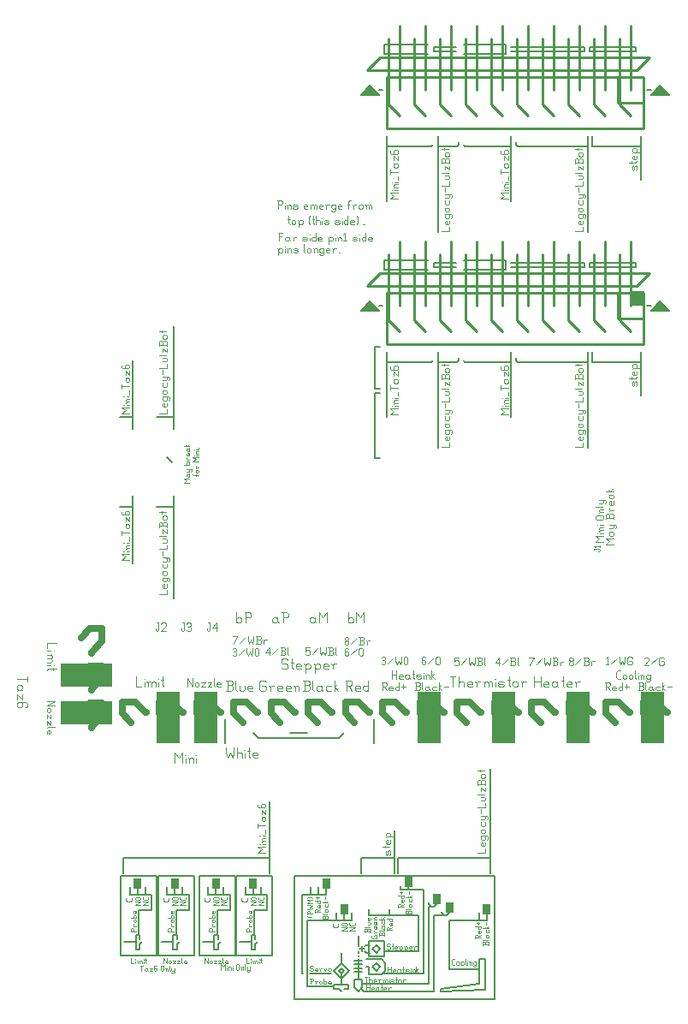
<source format=gbr>
G04 start of page 10 for group -4079 idx -4079 *
G04 Title: (unknown), topsilk *
G04 Creator: pcb 4.2.0 *
G04 CreationDate: Mon Sep 28 05:23:14 2020 UTC *
G04 For: commonadmin *
G04 Format: Gerber/RS-274X *
G04 PCB-Dimensions (mil): 3500.00 4250.00 *
G04 PCB-Coordinate-Origin: lower left *
%MOIN*%
%FSLAX25Y25*%
%LNTOPSILK*%
%ADD125C,0.0021*%
%ADD124C,0.0022*%
%ADD123C,0.0250*%
%ADD122C,0.0026*%
%ADD121C,0.0021*%
%ADD120C,0.0027*%
%ADD119C,0.0022*%
%ADD118C,0.0048*%
%ADD117C,0.0038*%
%ADD116C,0.0050*%
%ADD115C,0.0040*%
%ADD114C,0.0030*%
%ADD113C,0.0038*%
%ADD112C,0.0030*%
%ADD111C,0.0060*%
%ADD110C,0.0100*%
%ADD109C,0.0001*%
G54D109*G36*
X190000Y77500D02*Y73500D01*
X187000D01*
Y77500D01*
X190000D01*
G37*
G36*
X201000Y71000D02*Y67000D01*
X198000D01*
Y71000D01*
X201000D01*
G37*
G36*
X170000Y298000D02*X173500Y301500D01*
X177000Y298000D01*
X170000D01*
G37*
G36*
Y382000D02*X173500Y385500D01*
X177000Y382000D01*
X170000D01*
G37*
G36*
X275000Y305500D02*X280500D01*
Y300000D01*
X275000D01*
Y305500D01*
G37*
G36*
X283000Y298000D02*X286500Y301500D01*
X290000Y298000D01*
X283000D01*
G37*
G36*
Y382000D02*X286500Y385500D01*
X290000Y382000D01*
X283000D01*
G37*
G36*
X90500Y129500D02*Y149500D01*
X99500D01*
Y129500D01*
X90500D01*
G37*
G36*
X105000D02*Y149500D01*
X114000D01*
Y129500D01*
X105000D01*
G37*
G36*
X53000Y146000D02*X73000D01*
Y137000D01*
X53000D01*
Y146000D01*
G37*
G36*
X279000Y129500D02*Y149500D01*
X288000D01*
Y129500D01*
X279000D01*
G37*
G36*
X250000D02*Y149500D01*
X259000D01*
Y129500D01*
X250000D01*
G37*
G36*
X221000D02*Y149500D01*
X230000D01*
Y129500D01*
X221000D01*
G37*
G36*
X192000D02*Y149500D01*
X201000D01*
Y129500D01*
X192000D01*
G37*
G36*
X53000Y160500D02*X73000D01*
Y151500D01*
X53000D01*
Y160500D01*
G37*
G36*
X165000Y67000D02*Y63000D01*
X162000D01*
Y67000D01*
X165000D01*
G37*
G36*
X220500D02*Y63000D01*
X217500D01*
Y67000D01*
X220500D01*
G37*
G36*
X206000Y67500D02*Y63500D01*
X203000D01*
Y67500D01*
X206000D01*
G37*
G36*
X158000Y77000D02*Y73000D01*
X155000D01*
Y77000D01*
X158000D01*
G37*
G36*
X84500D02*Y73000D01*
X81500D01*
Y77000D01*
X84500D01*
G37*
G36*
X99000D02*Y73000D01*
X96000D01*
Y77000D01*
X99000D01*
G37*
G36*
X129500D02*Y73000D01*
X126500D01*
Y77000D01*
X129500D01*
G37*
G36*
X115000D02*Y73000D01*
X112000D01*
Y77000D01*
X115000D01*
G37*
G54D110*X245000Y290000D02*X240750Y294250D01*
Y320000D01*
X235000Y300000D02*Y325000D01*
X230750Y294250D02*Y320000D01*
X225000Y300000D02*Y325000D01*
G54D111*X226500Y317500D02*Y314000D01*
G54D110*X235000Y290000D02*X230750Y294250D01*
X225000Y290000D02*X220750Y294250D01*
X215000Y290000D02*X210750Y294250D01*
G54D111*X230500Y279500D02*Y278500D01*
X228500Y282000D02*Y256500D01*
X230500Y278500D02*X231000Y278000D01*
X258500D01*
X228500D02*X210500D01*
G54D110*X260750Y294250D02*Y320000D01*
X255000Y300000D02*Y325000D01*
X250750Y294250D02*Y320000D01*
X245000Y300000D02*Y325000D01*
G54D111*X259000Y315000D02*Y316500D01*
X257000D02*Y315000D01*
G54D110*X275000Y300000D02*Y325000D01*
X270750Y294250D02*Y320000D01*
X265000Y300000D02*Y325000D01*
X282500Y312500D02*X277500Y307500D01*
G54D111*X290000Y298000D02*X286500Y301500D01*
X283000Y298000D01*
X290000D01*
X283000Y300000D02*X281500D01*
X259000Y316500D02*X277000D01*
Y315000D01*
X259000D01*
G54D110*X220750Y294250D02*Y320000D01*
X215000Y300000D02*Y325000D01*
X210750Y294250D02*Y320000D01*
X205000Y290000D02*X200750Y294250D01*
X195000Y290000D02*X190750Y294250D01*
X172500Y307500D02*X277500D01*
G54D111*X177000Y298000D02*X173500Y301500D01*
X178500Y300000D02*X177000D01*
G54D110*X282500Y312500D02*X177500D01*
X275000Y290000D02*X270750Y294250D01*
X255000Y290000D02*X250750Y294250D01*
X265000Y290000D02*X260750Y294250D01*
G54D111*X207000Y316500D02*X198500D01*
X207000Y315000D02*X198500D01*
X226500Y314000D02*X210000D01*
X226500Y317500D02*X210000D01*
X257000Y316500D02*X228500D01*
X257000Y315000D02*X228500D01*
X260000Y282000D02*Y278000D01*
X279000D01*
Y282000D01*
Y265000D01*
X258500Y282000D02*Y244500D01*
G54D110*X205000Y300000D02*Y325000D01*
X200750Y294250D02*Y320000D01*
X195000Y300000D02*Y325000D01*
X190750Y294250D02*Y320000D01*
G54D111*X198500Y316500D02*Y315000D01*
G54D110*X185000Y300000D02*Y325000D01*
X180750Y294250D02*Y320000D01*
X177500Y312500D02*X172500Y307500D01*
G54D111*X179000Y317500D02*Y314000D01*
X180000Y282000D02*Y256500D01*
X173500Y301500D02*X170000Y298000D01*
X177000D01*
X179000Y317500D02*X196000D01*
X179000Y314000D02*X196000D01*
X180000Y278000D02*X197500D01*
X198000Y278500D01*
X200000Y278000D02*X207500D01*
X208000Y278500D01*
Y279500D01*
X200000Y282000D02*Y244500D01*
X210000Y278500D02*X210500Y278000D01*
G54D110*X185000Y290000D02*X180750Y294250D01*
G54D111*X175500Y267500D02*X177500D01*
X175500D02*Y284000D01*
X177500D01*
Y266000D02*X175500D01*
Y240500D01*
X177500D01*
X94500Y241000D02*X96500Y239000D01*
X97000Y221500D02*X90500D01*
X81000D02*X76000D01*
X97000Y186000D02*Y226000D01*
X81000Y199500D02*Y226000D01*
X90500Y256500D02*X97000D01*
X76000D02*X81000D01*
X97000Y292000D02*Y252000D01*
X81000Y278500D02*Y252000D01*
X175000Y129500D02*Y139000D01*
X142500Y133500D02*X149000D01*
X128000D02*X130000Y131500D01*
X161500D01*
X163500Y133500D01*
X117000Y139000D02*Y129500D01*
X184500Y85000D02*Y79000D01*
X220500Y85000D02*X184500D01*
X220500Y119500D02*Y79000D01*
X183000D02*Y95500D01*
X170000Y85000D02*Y79000D01*
X183000Y85000D02*X170000D01*
X77500D02*X134500D01*
X77500D02*Y79000D01*
X134500D02*Y107000D01*
G54D110*X275000Y384000D02*Y409000D01*
X270750Y378250D02*Y404000D01*
X265000Y384000D02*Y409000D01*
X260750Y378250D02*Y404000D01*
X255000Y384000D02*Y409000D01*
X250750Y378250D02*Y404000D01*
X245000Y384000D02*Y409000D01*
G54D111*X259000Y399000D02*Y400500D01*
X257000D02*Y399000D01*
G54D110*X282500Y396500D02*X277500Y391500D01*
G54D111*X290000Y382000D02*X286500Y385500D01*
X283000Y382000D01*
X290000D01*
X283000Y384000D02*X281500D01*
X259000Y400500D02*X277000D01*
Y399000D01*
X259000D01*
G54D110*X245000Y374000D02*X240750Y378250D01*
Y404000D01*
X235000Y384000D02*Y409000D01*
X230750Y378250D02*Y404000D01*
X225000Y384000D02*Y409000D01*
G54D111*X226500Y401500D02*Y398000D01*
G54D110*X235000Y374000D02*X230750Y378250D01*
X225000Y374000D02*X220750Y378250D01*
X215000Y374000D02*X210750Y378250D01*
G54D111*X230500Y363500D02*Y362500D01*
X231000Y362000D01*
X258500D01*
X228500D02*X210500D01*
G54D110*X205000Y384000D02*Y409000D01*
X200750Y378250D02*Y404000D01*
X195000Y384000D02*Y409000D01*
X190750Y378250D02*Y404000D01*
G54D111*X198500Y400500D02*Y399000D01*
G54D110*X185000Y384000D02*Y409000D01*
X180750Y378250D02*Y404000D01*
X177500Y396500D02*X172500Y391500D01*
G54D111*X179000Y401500D02*Y398000D01*
X177000Y382000D02*X173500Y385500D01*
X178500Y384000D02*X177000D01*
X179000Y401500D02*X196000D01*
X179000Y398000D02*X196000D01*
X173500Y385500D02*X170000Y382000D01*
X177000D01*
G54D110*X220750Y378250D02*Y404000D01*
X215000Y384000D02*Y409000D01*
X210750Y378250D02*Y404000D01*
X205000Y374000D02*X200750Y378250D01*
X195000Y374000D02*X190750Y378250D01*
X172500Y391500D02*X277500D01*
X282500Y396500D02*X177500D01*
X275000Y374000D02*X270750Y378250D01*
X255000Y374000D02*X250750Y378250D01*
X265000Y374000D02*X260750Y378250D01*
G54D111*X207000Y400500D02*X198500D01*
X207000Y399000D02*X198500D01*
X226500Y398000D02*X210000D01*
X226500Y401500D02*X210000D01*
X257000Y400500D02*X228500D01*
X257000Y399000D02*X228500D01*
X260000Y366000D02*Y362000D01*
X279000D01*
Y366000D01*
Y349000D01*
X258500Y366000D02*Y328500D01*
G54D110*X185000Y374000D02*X180750Y378250D01*
G54D111*X180000Y366000D02*Y340500D01*
X200000Y362000D02*X207500D01*
X208000Y362500D01*
X210000D02*X210500Y362000D01*
X208000Y362500D02*Y363500D01*
X228500Y366000D02*Y340500D01*
X200000Y366000D02*Y328500D01*
X180000Y362000D02*X197500D01*
X198000Y362500D01*
G54D112*X270032Y154700D02*X271020D01*
X269500Y155232D02*X270032Y154700D01*
X269500Y157208D02*Y155232D01*
Y157208D02*X270032Y157740D01*
X271020D01*
X271932Y155840D02*Y155080D01*
Y155840D02*X272312Y156220D01*
X273072D01*
X273452Y155840D01*
Y155080D01*
X273072Y154700D02*X273452Y155080D01*
X272312Y154700D02*X273072D01*
X271932Y155080D02*X272312Y154700D01*
X274364Y155840D02*Y155080D01*
Y155840D02*X274744Y156220D01*
X275504D01*
X275884Y155840D01*
Y155080D01*
X275504Y154700D02*X275884Y155080D01*
X274744Y154700D02*X275504D01*
X274364Y155080D02*X274744Y154700D01*
X276796Y157740D02*Y155080D01*
X277176Y154700D01*
G54D113*X277936Y156980D02*Y156904D01*
G54D112*Y155840D02*Y154700D01*
X279076Y155840D02*Y154700D01*
Y155840D02*X279456Y156220D01*
X279836D01*
X280216Y155840D01*
Y154700D01*
X278696Y156220D02*X279076Y155840D01*
X282268Y156220D02*X282648Y155840D01*
X281508Y156220D02*X282268D01*
X281128Y155840D02*X281508Y156220D01*
X281128Y155840D02*Y155080D01*
X281508Y154700D01*
X282268D01*
X282648Y155080D01*
X281128Y153940D02*X281508Y153560D01*
X282268D01*
X282648Y153940D01*
Y156220D02*Y153940D01*
X265000Y153230D02*X266540D01*
X266925Y152845D01*
Y152075D01*
X266540Y151690D02*X266925Y152075D01*
X265385Y151690D02*X266540D01*
X265385Y153230D02*Y150150D01*
X266001Y151690D02*X266925Y150150D01*
X268234D02*X269389D01*
X267849Y150535D02*X268234Y150150D01*
X267849Y151305D02*Y150535D01*
Y151305D02*X268234Y151690D01*
X269004D01*
X269389Y151305D01*
X267849Y150920D02*X269389D01*
Y151305D02*Y150920D01*
X271853Y153230D02*Y150150D01*
X271468D02*X271853Y150535D01*
X270698Y150150D02*X271468D01*
X270313Y150535D02*X270698Y150150D01*
X270313Y151305D02*Y150535D01*
Y151305D02*X270698Y151690D01*
X271468D01*
X271853Y151305D01*
X272777Y151690D02*X274317D01*
X273547Y152460D02*Y150920D01*
X278000Y150150D02*X279540D01*
X279925Y150535D01*
Y151459D02*Y150535D01*
X279540Y151844D02*X279925Y151459D01*
X278385Y151844D02*X279540D01*
X278385Y153230D02*Y150150D01*
X278000Y153230D02*X279540D01*
X279925Y152845D01*
Y152229D01*
X279540Y151844D02*X279925Y152229D01*
X280849Y153230D02*Y150535D01*
X281234Y150150D01*
X283159Y151690D02*X283544Y151305D01*
X282389Y151690D02*X283159D01*
X282004Y151305D02*X282389Y151690D01*
X282004Y151305D02*Y150535D01*
X282389Y150150D01*
X283544Y151690D02*Y150535D01*
X283929Y150150D01*
X282389D02*X283159D01*
X283544Y150535D01*
X285238Y151690D02*X286393D01*
X284853Y151305D02*X285238Y151690D01*
X284853Y151305D02*Y150535D01*
X285238Y150150D01*
X286393D01*
X287317Y153230D02*Y150150D01*
Y151305D02*X288472Y150150D01*
X287317Y151305D02*X288087Y152075D01*
X289396Y151690D02*X290936D01*
G54D114*X280280Y162623D02*X280655Y162998D01*
X281780D01*
X282155Y162623D01*
Y161873D01*
X280280Y159998D02*X282155Y161873D01*
X280280Y159998D02*X282155D01*
X283055Y160373D02*X285305Y162623D01*
X287705Y162998D02*X288080Y162623D01*
X286580Y162998D02*X287705D01*
X286205Y162623D02*X286580Y162998D01*
X286205Y162623D02*Y160373D01*
X286580Y159998D01*
X287705D01*
X288080Y160373D01*
Y161123D02*Y160373D01*
X287705Y161498D02*X288080Y161123D01*
X286955Y161498D02*X287705D01*
X265457Y162469D02*X266057Y163069D01*
Y160069D01*
X265457D02*X266582D01*
X267482Y160444D02*X269732Y162694D01*
X270632Y163069D02*Y161569D01*
X271007Y160069D01*
X271757Y161569D01*
X272507Y160069D01*
X272882Y161569D01*
Y163069D02*Y161569D01*
X275282Y163069D02*X275657Y162694D01*
X274157Y163069D02*X275282D01*
X273782Y162694D02*X274157Y163069D01*
X273782Y162694D02*Y160444D01*
X274157Y160069D01*
X275282D01*
X275657Y160444D01*
Y161194D02*Y160444D01*
X275282Y161569D02*X275657Y161194D01*
X274532Y161569D02*X275282D01*
G54D115*X237500Y155500D02*Y151500D01*
X240000Y155500D02*Y151500D01*
X237500Y153500D02*X240000D01*
X241700Y151500D02*X243200D01*
X241200Y152000D02*X241700Y151500D01*
X241200Y153000D02*Y152000D01*
Y153000D02*X241700Y153500D01*
X242700D01*
X243200Y153000D01*
X241200Y152500D02*X243200D01*
Y153000D02*Y152500D01*
X245900Y153500D02*X246400Y153000D01*
X244900Y153500D02*X245900D01*
X244400Y153000D02*X244900Y153500D01*
X244400Y153000D02*Y152000D01*
X244900Y151500D01*
X246400Y153500D02*Y152000D01*
X246900Y151500D01*
X244900D02*X245900D01*
X246400Y152000D01*
X248600Y155500D02*Y152000D01*
X249100Y151500D01*
X248100Y154000D02*X249100D01*
X250600Y151500D02*X252100D01*
X250100Y152000D02*X250600Y151500D01*
X250100Y153000D02*Y152000D01*
Y153000D02*X250600Y153500D01*
X251600D01*
X252100Y153000D01*
X250100Y152500D02*X252100D01*
Y153000D02*Y152500D01*
X253800Y153000D02*Y151500D01*
Y153000D02*X254300Y153500D01*
X255300D01*
X253300D02*X253800Y153000D01*
X204900Y155550D02*X206900D01*
X205900D02*Y151550D01*
X208100Y155550D02*Y151550D01*
Y153050D02*X208600Y153550D01*
X209600D01*
X210100Y153050D01*
Y151550D01*
X211800D02*X213300D01*
X211300Y152050D02*X211800Y151550D01*
X211300Y153050D02*Y152050D01*
Y153050D02*X211800Y153550D01*
X212800D01*
X213300Y153050D01*
X211300Y152550D02*X213300D01*
Y153050D02*Y152550D01*
X215000Y153050D02*Y151550D01*
Y153050D02*X215500Y153550D01*
X216500D01*
X214500D02*X215000Y153050D01*
X218200D02*Y151550D01*
Y153050D02*X218700Y153550D01*
X219200D01*
X219700Y153050D01*
Y151550D01*
Y153050D02*X220200Y153550D01*
X220700D01*
X221200Y153050D01*
Y151550D01*
X217700Y153550D02*X218200Y153050D01*
G54D116*X222400Y154550D02*Y154450D01*
G54D115*Y153050D02*Y151550D01*
X223900D02*X225400D01*
X225900Y152050D01*
X225400Y152550D02*X225900Y152050D01*
X223900Y152550D02*X225400D01*
X223400Y153050D02*X223900Y152550D01*
X223400Y153050D02*X223900Y153550D01*
X225400D01*
X225900Y153050D01*
X223400Y152050D02*X223900Y151550D01*
X227600Y155550D02*Y152050D01*
X228100Y151550D01*
X227100Y154050D02*X228100D01*
X229100Y153050D02*Y152050D01*
Y153050D02*X229600Y153550D01*
X230600D01*
X231100Y153050D01*
Y152050D01*
X230600Y151550D02*X231100Y152050D01*
X229600Y151550D02*X230600D01*
X229100Y152050D02*X229600Y151550D01*
X232800Y153050D02*Y151550D01*
Y153050D02*X233300Y153550D01*
X234300D01*
X232300D02*X232800Y153050D01*
G54D114*X222280Y160966D02*X223780Y162841D01*
X222280Y160966D02*X224155D01*
X223780Y162841D02*Y159841D01*
X225055Y160216D02*X227305Y162466D01*
X228205Y159841D02*X229705D01*
X230080Y160216D01*
Y161116D02*Y160216D01*
X229705Y161491D02*X230080Y161116D01*
X228580Y161491D02*X229705D01*
X228580Y162841D02*Y159841D01*
X228205Y162841D02*X229705D01*
X230080Y162466D01*
Y161866D01*
X229705Y161491D02*X230080Y161866D01*
X230980Y162841D02*Y160216D01*
X231355Y159841D01*
X206516Y162852D02*X208016D01*
X206516D02*Y161352D01*
X206891Y161727D01*
X207641D01*
X208016Y161352D01*
Y160227D01*
X207641Y159852D02*X208016Y160227D01*
X206891Y159852D02*X207641D01*
X206516Y160227D02*X206891Y159852D01*
X208916Y160227D02*X211166Y162477D01*
X212066Y162852D02*Y161352D01*
X212441Y159852D01*
X213191Y161352D01*
X213941Y159852D01*
X214316Y161352D01*
Y162852D02*Y161352D01*
X215216Y159852D02*X216716D01*
X217091Y160227D01*
Y161127D02*Y160227D01*
X216716Y161502D02*X217091Y161127D01*
X215591Y161502D02*X216716D01*
X215591Y162852D02*Y159852D01*
X215216Y162852D02*X216716D01*
X217091Y162477D01*
Y161877D01*
X216716Y161502D02*X217091Y161877D01*
X217991Y162852D02*Y160227D01*
X218366Y159852D01*
X235891Y159801D02*X237391Y162801D01*
X235516D02*X237391D01*
X238291Y160176D02*X240541Y162426D01*
X241441Y162801D02*Y161301D01*
X241816Y159801D01*
X242566Y161301D01*
X243316Y159801D01*
X243691Y161301D01*
Y162801D02*Y161301D01*
X244591Y159801D02*X246091D01*
X246466Y160176D01*
Y161076D02*Y160176D01*
X246091Y161451D02*X246466Y161076D01*
X244966Y161451D02*X246091D01*
X244966Y162801D02*Y159801D01*
X244591Y162801D02*X246091D01*
X246466Y162426D01*
Y161826D01*
X246091Y161451D02*X246466Y161826D01*
X247741Y160926D02*Y159801D01*
Y160926D02*X248116Y161301D01*
X248866D01*
X247366D02*X247741Y160926D01*
X251173Y160294D02*X251548Y159919D01*
X251173Y160894D02*Y160294D01*
Y160894D02*X251698Y161419D01*
X252148D01*
X252673Y160894D01*
Y160294D01*
X252298Y159919D02*X252673Y160294D01*
X251548Y159919D02*X252298D01*
X251173Y161944D02*X251698Y161419D01*
X251173Y162544D02*Y161944D01*
Y162544D02*X251548Y162919D01*
X252298D01*
X252673Y162544D01*
Y161944D01*
X252148Y161419D02*X252673Y161944D01*
X253573Y160294D02*X255823Y162544D01*
X256723Y159919D02*X258223D01*
X258598Y160294D01*
Y161194D02*Y160294D01*
X258223Y161569D02*X258598Y161194D01*
X257098Y161569D02*X258223D01*
X257098Y162919D02*Y159919D01*
X256723Y162919D02*X258223D01*
X258598Y162544D01*
Y161944D01*
X258223Y161569D02*X258598Y161944D01*
X259873Y161044D02*Y159919D01*
Y161044D02*X260248Y161419D01*
X260998D01*
X259498D02*X259873Y161044D01*
G54D112*X215270Y87000D02*X218350D01*
Y88540D02*Y87000D01*
Y91004D02*Y89849D01*
X217965Y89464D02*X218350Y89849D01*
X217195Y89464D02*X217965D01*
X217195D02*X216810Y89849D01*
Y90619D02*Y89849D01*
Y90619D02*X217195Y91004D01*
X217580D02*Y89464D01*
X217195Y91004D02*X217580D01*
X216810Y93083D02*X217195Y93468D01*
X216810Y93083D02*Y92313D01*
X217195Y91928D02*X216810Y92313D01*
X217195Y91928D02*X217965D01*
X218350Y92313D01*
Y93083D02*Y92313D01*
Y93083D02*X217965Y93468D01*
X219120Y91928D02*X219505Y92313D01*
Y93083D02*Y92313D01*
Y93083D02*X219120Y93468D01*
X216810D02*X219120D01*
X216810Y95547D02*X217195Y95932D01*
X216810Y95547D02*Y94777D01*
X217195Y94392D02*X216810Y94777D01*
X217195Y94392D02*X217965D01*
X218350Y94777D01*
X216810Y95932D02*X217965D01*
X218350Y96317D01*
Y95547D02*Y94777D01*
Y95547D02*X217965Y95932D01*
X216810Y98781D02*Y97626D01*
X217195Y97241D02*X216810Y97626D01*
X217195Y97241D02*X217965D01*
X218350Y97626D01*
Y98781D02*Y97626D01*
X216810Y99705D02*X217965D01*
X218350Y100090D01*
X216810Y101245D02*X219120D01*
X219505Y100860D02*X219120Y101245D01*
X219505Y100860D02*Y100090D01*
X219120Y99705D02*X219505Y100090D01*
X218350Y100860D02*Y100090D01*
Y100860D02*X217965Y101245D01*
X216810Y103709D02*Y102169D01*
X215270Y104633D02*X218350D01*
Y106173D02*Y104633D01*
X216810Y107097D02*X217965D01*
X218350Y107482D01*
Y108252D02*Y107482D01*
Y108252D02*X217965Y108637D01*
X216810D02*X217965D01*
X215270Y109561D02*X217965D01*
X218350Y109946D01*
X216810Y112256D02*Y110716D01*
X218350D02*X216810Y112256D01*
X218350D02*Y110716D01*
Y114720D02*Y113180D01*
Y114720D02*X217965Y115105D01*
X217041D02*X217965D01*
X216656Y114720D02*X217041Y115105D01*
X216656Y114720D02*Y113565D01*
X215270D02*X218350D01*
X215270Y114720D02*Y113180D01*
Y114720D02*X215655Y115105D01*
X216271D01*
X216656Y114720D02*X216271Y115105D01*
X217195Y116029D02*X217965D01*
X217195D02*X216810Y116414D01*
Y117184D02*Y116414D01*
Y117184D02*X217195Y117569D01*
X217965D01*
X218350Y117184D02*X217965Y117569D01*
X218350Y117184D02*Y116414D01*
X217965Y116029D02*X218350Y116414D01*
X215270Y118878D02*X217965D01*
X218350Y119263D01*
X216425D02*Y118493D01*
X181300Y87520D02*Y86380D01*
Y87520D02*X180920Y87900D01*
X180540Y87520D02*X180920Y87900D01*
X180540Y87520D02*Y86380D01*
X180160Y86000D02*X180540Y86380D01*
X180160Y86000D02*X179780Y86380D01*
Y87520D02*Y86380D01*
Y87520D02*X180160Y87900D01*
X180920Y86000D02*X181300Y86380D01*
X178260Y89192D02*X180920D01*
X181300Y89572D01*
X179400D02*Y88812D01*
X181300Y91852D02*Y90712D01*
X180920Y90332D02*X181300Y90712D01*
X180160Y90332D02*X180920D01*
X180160D02*X179780Y90712D01*
Y91472D02*Y90712D01*
Y91472D02*X180160Y91852D01*
X180540D02*Y90332D01*
X180160Y91852D02*X180540D01*
X180160Y93144D02*X182440D01*
X179780Y92764D02*X180160Y93144D01*
X179780Y93524D01*
Y94284D02*Y93524D01*
Y94284D02*X180160Y94664D01*
X180920D01*
X181300Y94284D02*X180920Y94664D01*
X181300Y94284D02*Y93524D01*
X180920Y93144D02*X181300Y93524D01*
X265270Y207000D02*X268350D01*
X265270D02*X266810Y208155D01*
X265270Y209310D01*
X268350D01*
X266810Y211389D02*X267195Y211774D01*
X266810Y211389D02*Y210619D01*
X267195Y210234D02*X266810Y210619D01*
X267195Y210234D02*X267965D01*
X268350Y210619D01*
X266810Y211774D02*X267965D01*
X268350Y212159D01*
Y211389D02*Y210619D01*
Y211389D02*X267965Y211774D01*
X266810Y213083D02*X267965D01*
X268350Y213468D01*
X266810Y214623D02*X269120D01*
X269505Y214238D02*X269120Y214623D01*
X269505Y214238D02*Y213468D01*
X269120Y213083D02*X269505Y213468D01*
X268350Y214238D02*Y213468D01*
Y214238D02*X267965Y214623D01*
X268350Y218473D02*Y216933D01*
Y218473D02*X267965Y218858D01*
X267041D02*X267965D01*
X266656Y218473D02*X267041Y218858D01*
X266656Y218473D02*Y217318D01*
X265270D02*X268350D01*
X265270Y218473D02*Y216933D01*
Y218473D02*X265655Y218858D01*
X266271D01*
X266656Y218473D02*X266271Y218858D01*
X267195Y220167D02*X268350D01*
X267195D02*X266810Y220552D01*
Y221322D02*Y220552D01*
Y219782D02*X267195Y220167D01*
X268350Y223786D02*Y222631D01*
X267965Y222246D02*X268350Y222631D01*
X267195Y222246D02*X267965D01*
X267195D02*X266810Y222631D01*
Y223401D02*Y222631D01*
Y223401D02*X267195Y223786D01*
X267580D02*Y222246D01*
X267195Y223786D02*X267580D01*
X266810Y225865D02*X267195Y226250D01*
X266810Y225865D02*Y225095D01*
X267195Y224710D02*X266810Y225095D01*
X267195Y224710D02*X267965D01*
X268350Y225095D01*
X266810Y226250D02*X267965D01*
X268350Y226635D01*
Y225865D02*Y225095D01*
Y225865D02*X267965Y226250D01*
X265270Y227559D02*X268350D01*
X267195D02*X268350Y228714D01*
X267195Y227559D02*X266425Y228329D01*
X261270Y208000D02*X264350D01*
X261270D02*X262810Y209155D01*
X261270Y210310D01*
X264350D01*
G54D113*X262040Y211234D02*X262117D01*
G54D112*X263195D02*X264350D01*
X263195Y212389D02*X264350D01*
X263195D02*X262810Y212774D01*
Y213159D02*Y212774D01*
Y213159D02*X263195Y213544D01*
X264350D01*
X262810Y212004D02*X263195Y212389D01*
G54D113*X262040Y214468D02*X262117D01*
G54D112*X263195D02*X264350D01*
X261655Y216624D02*X263965D01*
X261655D02*X261270Y217009D01*
Y217779D02*Y217009D01*
Y217779D02*X261655Y218164D01*
X263965D01*
X264350Y217779D02*X263965Y218164D01*
X264350Y217779D02*Y217009D01*
X263965Y216624D02*X264350Y217009D01*
X263195Y219473D02*X264350D01*
X263195D02*X262810Y219858D01*
Y220243D02*Y219858D01*
Y220243D02*X263195Y220628D01*
X264350D01*
X262810Y219088D02*X263195Y219473D01*
X261270Y221552D02*X263965D01*
X264350Y221937D01*
X262810Y222707D02*X263965D01*
X264350Y223092D01*
X262810Y224247D02*X265120D01*
X265505Y223862D02*X265120Y224247D01*
X265505Y223862D02*Y223092D01*
X265120Y222707D02*X265505Y223092D01*
X264350Y223862D02*Y223092D01*
Y223862D02*X263965Y224247D01*
X277300Y270020D02*Y268880D01*
Y270020D02*X276920Y270400D01*
X276540Y270020D02*X276920Y270400D01*
X276540Y270020D02*Y268880D01*
X276160Y268500D02*X276540Y268880D01*
X276160Y268500D02*X275780Y268880D01*
Y270020D02*Y268880D01*
Y270020D02*X276160Y270400D01*
X276920Y268500D02*X277300Y268880D01*
X274260Y271692D02*X276920D01*
X277300Y272072D01*
X275400D02*Y271312D01*
X277300Y274352D02*Y273212D01*
X276920Y272832D02*X277300Y273212D01*
X276160Y272832D02*X276920D01*
X276160D02*X275780Y273212D01*
Y273972D02*Y273212D01*
Y273972D02*X276160Y274352D01*
X276540D02*Y272832D01*
X276160Y274352D02*X276540D01*
X276160Y275644D02*X278440D01*
X275780Y275264D02*X276160Y275644D01*
X275780Y276024D01*
Y276784D02*Y276024D01*
Y276784D02*X276160Y277164D01*
X276920D01*
X277300Y276784D02*X276920Y277164D01*
X277300Y276784D02*Y276024D01*
X276920Y275644D02*X277300Y276024D01*
Y354020D02*Y352880D01*
Y354020D02*X276920Y354400D01*
X276540Y354020D02*X276920Y354400D01*
X276540Y354020D02*Y352880D01*
X276160Y352500D02*X276540Y352880D01*
X276160Y352500D02*X275780Y352880D01*
Y354020D02*Y352880D01*
Y354020D02*X276160Y354400D01*
X276920Y352500D02*X277300Y352880D01*
X274260Y355692D02*X276920D01*
X277300Y356072D01*
X275400D02*Y355312D01*
X277300Y358352D02*Y357212D01*
X276920Y356832D02*X277300Y357212D01*
X276160Y356832D02*X276920D01*
X276160D02*X275780Y357212D01*
Y357972D02*Y357212D01*
Y357972D02*X276160Y358352D01*
X276540D02*Y356832D01*
X276160Y358352D02*X276540D01*
X276160Y359644D02*X278440D01*
X275780Y359264D02*X276160Y359644D01*
X275780Y360024D01*
Y360784D02*Y360024D01*
Y360784D02*X276160Y361164D01*
X276920D01*
X277300Y360784D02*X276920Y361164D01*
X277300Y360784D02*Y360024D01*
X276920Y359644D02*X277300Y360024D01*
X253270Y245000D02*X256350D01*
Y246540D02*Y245000D01*
Y249004D02*Y247849D01*
X255965Y247464D02*X256350Y247849D01*
X255195Y247464D02*X255965D01*
X255195D02*X254810Y247849D01*
Y248619D02*Y247849D01*
Y248619D02*X255195Y249004D01*
X255580D02*Y247464D01*
X255195Y249004D02*X255580D01*
X254810Y251083D02*X255195Y251468D01*
X254810Y251083D02*Y250313D01*
X255195Y249928D02*X254810Y250313D01*
X255195Y249928D02*X255965D01*
X256350Y250313D01*
Y251083D02*Y250313D01*
Y251083D02*X255965Y251468D01*
X257120Y249928D02*X257505Y250313D01*
Y251083D02*Y250313D01*
Y251083D02*X257120Y251468D01*
X254810D02*X257120D01*
X254810Y253547D02*X255195Y253932D01*
X254810Y253547D02*Y252777D01*
X255195Y252392D02*X254810Y252777D01*
X255195Y252392D02*X255965D01*
X256350Y252777D01*
X254810Y253932D02*X255965D01*
X256350Y254317D01*
Y253547D02*Y252777D01*
Y253547D02*X255965Y253932D01*
X254810Y256781D02*Y255626D01*
X255195Y255241D02*X254810Y255626D01*
X255195Y255241D02*X255965D01*
X256350Y255626D01*
Y256781D02*Y255626D01*
X254810Y257705D02*X255965D01*
X256350Y258090D01*
X254810Y259245D02*X257120D01*
X257505Y258860D02*X257120Y259245D01*
X257505Y258860D02*Y258090D01*
X257120Y257705D02*X257505Y258090D01*
X256350Y258860D02*Y258090D01*
Y258860D02*X255965Y259245D01*
X254810Y261709D02*Y260169D01*
X253270Y262633D02*X256350D01*
Y264173D02*Y262633D01*
X254810Y265097D02*X255965D01*
X256350Y265482D01*
Y266252D02*Y265482D01*
Y266252D02*X255965Y266637D01*
X254810D02*X255965D01*
X253270Y267561D02*X255965D01*
X256350Y267946D01*
X254810Y270256D02*Y268716D01*
X256350D02*X254810Y270256D01*
X256350D02*Y268716D01*
Y272720D02*Y271180D01*
Y272720D02*X255965Y273105D01*
X255041D02*X255965D01*
X254656Y272720D02*X255041Y273105D01*
X254656Y272720D02*Y271565D01*
X253270D02*X256350D01*
X253270Y272720D02*Y271180D01*
Y272720D02*X253655Y273105D01*
X254271D01*
X254656Y272720D02*X254271Y273105D01*
X255195Y274029D02*X255965D01*
X255195D02*X254810Y274414D01*
Y275184D02*Y274414D01*
Y275184D02*X255195Y275569D01*
X255965D01*
X256350Y275184D02*X255965Y275569D01*
X256350Y275184D02*Y274414D01*
X255965Y274029D02*X256350Y274414D01*
X253270Y276878D02*X255965D01*
X256350Y277263D01*
X254425D02*Y276493D01*
X253270Y329000D02*X256350D01*
Y330540D02*Y329000D01*
Y333004D02*Y331849D01*
X255965Y331464D02*X256350Y331849D01*
X255195Y331464D02*X255965D01*
X255195D02*X254810Y331849D01*
Y332619D02*Y331849D01*
Y332619D02*X255195Y333004D01*
X255580D02*Y331464D01*
X255195Y333004D02*X255580D01*
X254810Y335083D02*X255195Y335468D01*
X254810Y335083D02*Y334313D01*
X255195Y333928D02*X254810Y334313D01*
X255195Y333928D02*X255965D01*
X256350Y334313D01*
Y335083D02*Y334313D01*
Y335083D02*X255965Y335468D01*
X257120Y333928D02*X257505Y334313D01*
Y335083D02*Y334313D01*
Y335083D02*X257120Y335468D01*
X254810D02*X257120D01*
X254810Y337547D02*X255195Y337932D01*
X254810Y337547D02*Y336777D01*
X255195Y336392D02*X254810Y336777D01*
X255195Y336392D02*X255965D01*
X256350Y336777D01*
X254810Y337932D02*X255965D01*
X256350Y338317D01*
Y337547D02*Y336777D01*
Y337547D02*X255965Y337932D01*
X254810Y340781D02*Y339626D01*
X255195Y339241D02*X254810Y339626D01*
X255195Y339241D02*X255965D01*
X256350Y339626D01*
Y340781D02*Y339626D01*
X254810Y341705D02*X255965D01*
X256350Y342090D01*
X254810Y343245D02*X257120D01*
X257505Y342860D02*X257120Y343245D01*
X257505Y342860D02*Y342090D01*
X257120Y341705D02*X257505Y342090D01*
X256350Y342860D02*Y342090D01*
Y342860D02*X255965Y343245D01*
X254810Y345709D02*Y344169D01*
X253270Y346633D02*X256350D01*
Y348173D02*Y346633D01*
X254810Y349097D02*X255965D01*
X256350Y349482D01*
Y350252D02*Y349482D01*
Y350252D02*X255965Y350637D01*
X254810D02*X255965D01*
X253270Y351561D02*X255965D01*
X256350Y351946D01*
X254810Y354256D02*Y352716D01*
X256350D02*X254810Y354256D01*
X256350D02*Y352716D01*
Y356720D02*Y355180D01*
Y356720D02*X255965Y357105D01*
X255041D02*X255965D01*
X254656Y356720D02*X255041Y357105D01*
X254656Y356720D02*Y355565D01*
X253270D02*X256350D01*
X253270Y356720D02*Y355180D01*
Y356720D02*X253655Y357105D01*
X254271D01*
X254656Y356720D02*X254271Y357105D01*
X255195Y358029D02*X255965D01*
X255195D02*X254810Y358414D01*
Y359184D02*Y358414D01*
Y359184D02*X255195Y359569D01*
X255965D01*
X256350Y359184D02*X255965Y359569D01*
X256350Y359184D02*Y358414D01*
X255965Y358029D02*X256350Y358414D01*
X253270Y360878D02*X255965D01*
X256350Y361263D01*
X254425D02*Y360493D01*
X224270Y257500D02*X227350D01*
X224270D02*X225810Y258655D01*
X224270Y259810D01*
X227350D01*
G54D113*X225040Y260734D02*X225117D01*
G54D112*X226195D02*X227350D01*
X226195Y261889D02*X227350D01*
X226195D02*X225810Y262274D01*
Y262659D02*Y262274D01*
Y262659D02*X226195Y263044D01*
X227350D01*
X225810Y261504D02*X226195Y261889D01*
G54D113*X225040Y263968D02*X225117D01*
G54D112*X226195D02*X227350D01*
Y266278D02*Y264738D01*
X224270Y268742D02*Y267202D01*
Y267972D02*X227350D01*
X225810Y270821D02*X226195Y271206D01*
X225810Y270821D02*Y270051D01*
X226195Y269666D02*X225810Y270051D01*
X226195Y269666D02*X226965D01*
X227350Y270051D01*
X225810Y271206D02*X226965D01*
X227350Y271591D01*
Y270821D02*Y270051D01*
Y270821D02*X226965Y271206D01*
X225810Y274055D02*Y272515D01*
X227350D02*X225810Y274055D01*
X227350D02*Y272515D01*
X224270Y276134D02*X224655Y276519D01*
X224270Y276134D02*Y275364D01*
X224655Y274979D02*X224270Y275364D01*
X224655Y274979D02*X226965D01*
X227350Y275364D01*
X225656Y276134D02*X226041Y276519D01*
X225656Y276134D02*Y274979D01*
X227350Y276134D02*Y275364D01*
Y276134D02*X226965Y276519D01*
X226041D02*X226965D01*
X224270Y341500D02*X227350D01*
X224270D02*X225810Y342655D01*
X224270Y343810D01*
X227350D01*
G54D113*X225040Y344734D02*X225117D01*
G54D112*X226195D02*X227350D01*
X226195Y345889D02*X227350D01*
X226195D02*X225810Y346274D01*
Y346659D02*Y346274D01*
Y346659D02*X226195Y347044D01*
X227350D01*
X225810Y345504D02*X226195Y345889D01*
G54D113*X225040Y347968D02*X225117D01*
G54D112*X226195D02*X227350D01*
Y350278D02*Y348738D01*
X224270Y352742D02*Y351202D01*
Y351972D02*X227350D01*
X225810Y354821D02*X226195Y355206D01*
X225810Y354821D02*Y354051D01*
X226195Y353666D02*X225810Y354051D01*
X226195Y353666D02*X226965D01*
X227350Y354051D01*
X225810Y355206D02*X226965D01*
X227350Y355591D01*
Y354821D02*Y354051D01*
Y354821D02*X226965Y355206D01*
X225810Y358055D02*Y356515D01*
X227350D02*X225810Y358055D01*
X227350D02*Y356515D01*
X224270Y360134D02*X224655Y360519D01*
X224270Y360134D02*Y359364D01*
X224655Y358979D02*X224270Y359364D01*
X224655Y358979D02*X226965D01*
X227350Y359364D01*
X225656Y360134D02*X226041Y360519D01*
X225656Y360134D02*Y358979D01*
X227350Y360134D02*Y359364D01*
Y360134D02*X226965Y360519D01*
X226041D02*X226965D01*
X182000Y157740D02*Y154700D01*
X183900Y157740D02*Y154700D01*
X182000Y156220D02*X183900D01*
X185192Y154700D02*X186332D01*
X184812Y155080D02*X185192Y154700D01*
X184812Y155840D02*Y155080D01*
Y155840D02*X185192Y156220D01*
X185952D01*
X186332Y155840D01*
X184812Y155460D02*X186332D01*
Y155840D02*Y155460D01*
X188384Y156220D02*X188764Y155840D01*
X187624Y156220D02*X188384D01*
X187244Y155840D02*X187624Y156220D01*
X187244Y155840D02*Y155080D01*
X187624Y154700D01*
X188764Y156220D02*Y155080D01*
X189144Y154700D01*
X187624D02*X188384D01*
X188764Y155080D01*
X190436Y157740D02*Y155080D01*
X190816Y154700D01*
X190056Y156600D02*X190816D01*
X191956Y154700D02*X193096D01*
X193476Y155080D01*
X193096Y155460D02*X193476Y155080D01*
X191956Y155460D02*X193096D01*
X191576Y155840D02*X191956Y155460D01*
X191576Y155840D02*X191956Y156220D01*
X193096D01*
X193476Y155840D01*
X191576Y155080D02*X191956Y154700D01*
G54D113*X194388Y156980D02*Y156904D01*
G54D112*Y155840D02*Y154700D01*
X195528Y155840D02*Y154700D01*
Y155840D02*X195908Y156220D01*
X196288D01*
X196668Y155840D01*
Y154700D01*
X195148Y156220D02*X195528Y155840D01*
X197580Y157740D02*Y154700D01*
Y155840D02*X198720Y154700D01*
X197580Y155840D02*X198340Y156600D01*
G54D114*X194798Y163183D02*X195173Y162808D01*
X194048Y163183D02*X194798D01*
X193673Y162808D02*X194048Y163183D01*
X193673Y162808D02*Y160558D01*
X194048Y160183D01*
X194798Y161833D02*X195173Y161458D01*
X193673Y161833D02*X194798D01*
X194048Y160183D02*X194798D01*
X195173Y160558D01*
Y161458D02*Y160558D01*
X196073D02*X198323Y162808D01*
X199223D02*Y160558D01*
Y162808D02*X199598Y163183D01*
X200348D01*
X200723Y162808D01*
Y160558D01*
X200348Y160183D02*X200723Y160558D01*
X199598Y160183D02*X200348D01*
X199223Y160558D02*X199598Y160183D01*
G54D112*X178000Y153230D02*X179540D01*
X179925Y152845D01*
Y152075D01*
X179540Y151690D02*X179925Y152075D01*
X178385Y151690D02*X179540D01*
X178385Y153230D02*Y150150D01*
X179001Y151690D02*X179925Y150150D01*
X181234D02*X182389D01*
X180849Y150535D02*X181234Y150150D01*
X180849Y151305D02*Y150535D01*
Y151305D02*X181234Y151690D01*
X182004D01*
X182389Y151305D01*
X180849Y150920D02*X182389D01*
Y151305D02*Y150920D01*
X184853Y153230D02*Y150150D01*
X184468D02*X184853Y150535D01*
X183698Y150150D02*X184468D01*
X183313Y150535D02*X183698Y150150D01*
X183313Y151305D02*Y150535D01*
Y151305D02*X183698Y151690D01*
X184468D01*
X184853Y151305D01*
X185777Y151690D02*X187317D01*
X186547Y152460D02*Y150920D01*
G54D115*X164000Y154000D02*X166000D01*
X166500Y153500D01*
Y152500D01*
X166000Y152000D02*X166500Y152500D01*
X164500Y152000D02*X166000D01*
X164500Y154000D02*Y150000D01*
X165300Y152000D02*X166500Y150000D01*
X168200D02*X169700D01*
X167700Y150500D02*X168200Y150000D01*
X167700Y151500D02*Y150500D01*
Y151500D02*X168200Y152000D01*
X169200D01*
X169700Y151500D01*
X167700Y151000D02*X169700D01*
Y151500D02*Y151000D01*
X172900Y154000D02*Y150000D01*
X172400D02*X172900Y150500D01*
X171400Y150000D02*X172400D01*
X170900Y150500D02*X171400Y150000D01*
X170900Y151500D02*Y150500D01*
Y151500D02*X171400Y152000D01*
X172400D01*
X172900Y151500D01*
X147500Y150000D02*X149500D01*
X150000Y150500D01*
Y151700D02*Y150500D01*
X149500Y152200D02*X150000Y151700D01*
X148000Y152200D02*X149500D01*
X148000Y154000D02*Y150000D01*
X147500Y154000D02*X149500D01*
X150000Y153500D01*
Y152700D01*
X149500Y152200D02*X150000Y152700D01*
X151200Y154000D02*Y150500D01*
X151700Y150000D01*
X154200Y152000D02*X154700Y151500D01*
X153200Y152000D02*X154200D01*
X152700Y151500D02*X153200Y152000D01*
X152700Y151500D02*Y150500D01*
X153200Y150000D01*
X154700Y152000D02*Y150500D01*
X155200Y150000D01*
X153200D02*X154200D01*
X154700Y150500D01*
X156900Y152000D02*X158400D01*
X156400Y151500D02*X156900Y152000D01*
X156400Y151500D02*Y150500D01*
X156900Y150000D01*
X158400D01*
X159600Y154000D02*Y150000D01*
Y151500D02*X161100Y150000D01*
X159600Y151500D02*X160600Y152500D01*
X117500Y150000D02*X119500D01*
X120000Y150500D01*
Y151700D02*Y150500D01*
X119500Y152200D02*X120000Y151700D01*
X118000Y152200D02*X119500D01*
X118000Y154000D02*Y150000D01*
X117500Y154000D02*X119500D01*
X120000Y153500D01*
Y152700D01*
X119500Y152200D02*X120000Y152700D01*
X121200Y154000D02*Y150500D01*
X121700Y150000D01*
X122700Y152000D02*Y150500D01*
X123200Y150000D01*
X124200D01*
X124700Y150500D01*
Y152000D02*Y150500D01*
X126400Y150000D02*X127900D01*
X125900Y150500D02*X126400Y150000D01*
X125900Y151500D02*Y150500D01*
Y151500D02*X126400Y152000D01*
X127400D01*
X127900Y151500D01*
X125900Y151000D02*X127900D01*
Y151500D02*Y151000D01*
X117500Y128000D02*Y126000D01*
X118000Y124000D01*
X119000Y126000D01*
X120000Y124000D01*
X120500Y126000D01*
Y128000D02*Y126000D01*
X121700Y128000D02*Y124000D01*
Y125500D02*X122200Y126000D01*
X123200D01*
X123700Y125500D01*
Y124000D01*
G54D116*X124900Y127000D02*Y126900D01*
G54D115*Y125500D02*Y124000D01*
X126400Y128000D02*Y124500D01*
X126900Y124000D01*
X125900Y126500D02*X126900D01*
X128400Y124000D02*X129900D01*
X127900Y124500D02*X128400Y124000D01*
X127900Y125500D02*Y124500D01*
Y125500D02*X128400Y126000D01*
X129400D01*
X129900Y125500D01*
X127900Y125000D02*X129900D01*
Y125500D02*Y125000D01*
X132500Y154000D02*X133000Y153500D01*
X131000Y154000D02*X132500D01*
X130500Y153500D02*X131000Y154000D01*
X130500Y153500D02*Y150500D01*
X131000Y150000D01*
X132500D01*
X133000Y150500D01*
Y151500D02*Y150500D01*
X132500Y152000D02*X133000Y151500D01*
X131500Y152000D02*X132500D01*
X134700Y151500D02*Y150000D01*
Y151500D02*X135200Y152000D01*
X136200D01*
X134200D02*X134700Y151500D01*
X137900Y150000D02*X139400D01*
X137400Y150500D02*X137900Y150000D01*
X137400Y151500D02*Y150500D01*
Y151500D02*X137900Y152000D01*
X138900D01*
X139400Y151500D01*
X137400Y151000D02*X139400D01*
Y151500D02*Y151000D01*
X141100Y150000D02*X142600D01*
X140600Y150500D02*X141100Y150000D01*
X140600Y151500D02*Y150500D01*
Y151500D02*X141100Y152000D01*
X142100D01*
X142600Y151500D01*
X140600Y151000D02*X142600D01*
Y151500D02*Y151000D01*
X144300Y151500D02*Y150000D01*
Y151500D02*X144800Y152000D01*
X145300D01*
X145800Y151500D01*
Y150000D01*
X143800Y152000D02*X144300Y151500D01*
G54D112*X191000Y150150D02*X192540D01*
X192925Y150535D01*
Y151459D02*Y150535D01*
X192540Y151844D02*X192925Y151459D01*
X191385Y151844D02*X192540D01*
X191385Y153230D02*Y150150D01*
X191000Y153230D02*X192540D01*
X192925Y152845D01*
Y152229D01*
X192540Y151844D02*X192925Y152229D01*
X193849Y153230D02*Y150535D01*
X194234Y150150D01*
X196159Y151690D02*X196544Y151305D01*
X195389Y151690D02*X196159D01*
X195004Y151305D02*X195389Y151690D01*
X195004Y151305D02*Y150535D01*
X195389Y150150D01*
X196544Y151690D02*Y150535D01*
X196929Y150150D01*
X195389D02*X196159D01*
X196544Y150535D01*
X198238Y151690D02*X199393D01*
X197853Y151305D02*X198238Y151690D01*
X197853Y151305D02*Y150535D01*
X198238Y150150D01*
X199393D01*
X200317Y153230D02*Y150150D01*
Y151305D02*X201472Y150150D01*
X200317Y151305D02*X201087Y152075D01*
X202396Y151690D02*X203936D01*
G54D117*X82500Y155530D02*Y151650D01*
X84440D01*
G54D118*X85604Y154560D02*Y154463D01*
G54D117*Y153105D02*Y151650D01*
X87059Y153105D02*Y151650D01*
Y153105D02*X87544Y153590D01*
X88029D01*
X88514Y153105D01*
Y151650D01*
Y153105D02*X88999Y153590D01*
X89484D01*
X89969Y153105D01*
Y151650D01*
X86574Y153590D02*X87059Y153105D01*
G54D118*X91133Y154560D02*Y154463D01*
G54D117*Y153105D02*Y151650D01*
X92588Y155530D02*Y152135D01*
X93073Y151650D01*
X92103Y154075D02*X93073D01*
G54D112*X102500Y154730D02*Y151650D01*
Y154730D02*X104425Y151650D01*
Y154730D02*Y151650D01*
X105349Y152805D02*Y152035D01*
Y152805D02*X105734Y153190D01*
X106504D01*
X106889Y152805D01*
Y152035D01*
X106504Y151650D02*X106889Y152035D01*
X105734Y151650D02*X106504D01*
X105349Y152035D02*X105734Y151650D01*
X107813Y153190D02*X109353D01*
X107813Y151650D02*X109353Y153190D01*
X107813Y151650D02*X109353D01*
X110277Y153190D02*X111817D01*
X110277Y151650D02*X111817Y153190D01*
X110277Y151650D02*X111817D01*
X112741Y154730D02*Y152035D01*
X113126Y151650D01*
X114281D02*X115436D01*
X113896Y152035D02*X114281Y151650D01*
X113896Y152805D02*Y152035D01*
Y152805D02*X114281Y153190D01*
X115051D01*
X115436Y152805D01*
X113896Y152420D02*X115436D01*
Y152805D02*Y152420D01*
G54D114*X178016Y162741D02*X178391Y163116D01*
X179141D01*
X179516Y162741D01*
X179141Y160116D02*X179516Y160491D01*
X178391Y160116D02*X179141D01*
X178016Y160491D02*X178391Y160116D01*
Y161766D02*X179141D01*
X179516Y162741D02*Y162141D01*
Y161391D02*Y160491D01*
Y161391D02*X179141Y161766D01*
X179516Y162141D02*X179141Y161766D01*
X180416Y160491D02*X182666Y162741D01*
X183566Y163116D02*Y161616D01*
X183941Y160116D01*
X184691Y161616D01*
X185441Y160116D01*
X185816Y161616D01*
Y163116D02*Y161616D01*
X186716Y162741D02*Y160491D01*
Y162741D02*X187091Y163116D01*
X187841D01*
X188216Y162741D01*
Y160491D01*
X187841Y160116D02*X188216Y160491D01*
X187091Y160116D02*X187841D01*
X186716Y160491D02*X187091Y160116D01*
G54D115*X141000Y162500D02*X141500Y162000D01*
X139500Y162500D02*X141000D01*
X139000Y162000D02*X139500Y162500D01*
X139000Y162000D02*Y161000D01*
X139500Y160500D01*
X141000D01*
X141500Y160000D01*
Y159000D01*
X141000Y158500D02*X141500Y159000D01*
X139500Y158500D02*X141000D01*
X139000Y159000D02*X139500Y158500D01*
X143200Y162500D02*Y159000D01*
X143700Y158500D01*
X142700Y161000D02*X143700D01*
X145200Y158500D02*X146700D01*
X144700Y159000D02*X145200Y158500D01*
X144700Y160000D02*Y159000D01*
Y160000D02*X145200Y160500D01*
X146200D01*
X146700Y160000D01*
X144700Y159500D02*X146700D01*
Y160000D02*Y159500D01*
X148400Y160000D02*Y157000D01*
X147900Y160500D02*X148400Y160000D01*
X148900Y160500D01*
X149900D01*
X150400Y160000D01*
Y159000D01*
X149900Y158500D02*X150400Y159000D01*
X148900Y158500D02*X149900D01*
X148400Y159000D02*X148900Y158500D01*
X152100Y160000D02*Y157000D01*
X151600Y160500D02*X152100Y160000D01*
X152600Y160500D01*
X153600D01*
X154100Y160000D01*
Y159000D01*
X153600Y158500D02*X154100Y159000D01*
X152600Y158500D02*X153600D01*
X152100Y159000D02*X152600Y158500D01*
X155800D02*X157300D01*
X155300Y159000D02*X155800Y158500D01*
X155300Y160000D02*Y159000D01*
Y160000D02*X155800Y160500D01*
X156800D01*
X157300Y160000D01*
X155300Y159500D02*X157300D01*
Y160000D02*Y159500D01*
X159000Y160000D02*Y158500D01*
Y160000D02*X159500Y160500D01*
X160500D01*
X158500D02*X159000Y160000D01*
G54D114*X164798Y166683D02*X165173Y166308D01*
X164048Y166683D02*X164798D01*
X163673Y166308D02*X164048Y166683D01*
X163673Y166308D02*Y164058D01*
X164048Y163683D01*
X164798Y165333D02*X165173Y164958D01*
X163673Y165333D02*X164798D01*
X164048Y163683D02*X164798D01*
X165173Y164058D01*
Y164958D02*Y164058D01*
X166073D02*X168323Y166308D01*
X169223D02*Y164058D01*
Y166308D02*X169598Y166683D01*
X170348D01*
X170723Y166308D01*
Y164058D01*
X170348Y163683D02*X170723Y164058D01*
X169598Y163683D02*X170348D01*
X169223Y164058D02*X169598Y163683D01*
X148516Y166852D02*X150016D01*
X148516D02*Y165352D01*
X148891Y165727D01*
X149641D01*
X150016Y165352D01*
Y164227D01*
X149641Y163852D02*X150016Y164227D01*
X148891Y163852D02*X149641D01*
X148516Y164227D02*X148891Y163852D01*
X150916Y164227D02*X153166Y166477D01*
X154066Y166852D02*Y165352D01*
X154441Y163852D01*
X155191Y165352D01*
X155941Y163852D01*
X156316Y165352D01*
Y166852D02*Y165352D01*
X157216Y163852D02*X158716D01*
X159091Y164227D01*
Y165127D02*Y164227D01*
X158716Y165502D02*X159091Y165127D01*
X157591Y165502D02*X158716D01*
X157591Y166852D02*Y163852D01*
X157216Y166852D02*X158716D01*
X159091Y166477D01*
Y165877D01*
X158716Y165502D02*X159091Y165877D01*
X159991Y166852D02*Y164227D01*
X160366Y163852D01*
X132780Y164966D02*X134280Y166841D01*
X132780Y164966D02*X134655D01*
X134280Y166841D02*Y163841D01*
X135555Y164216D02*X137805Y166466D01*
X138705Y163841D02*X140205D01*
X140580Y164216D01*
Y165116D02*Y164216D01*
X140205Y165491D02*X140580Y165116D01*
X139080Y165491D02*X140205D01*
X139080Y166841D02*Y163841D01*
X138705Y166841D02*X140205D01*
X140580Y166466D01*
Y165866D01*
X140205Y165491D02*X140580Y165866D01*
X141480Y166841D02*Y164216D01*
X141855Y163841D01*
X163673Y168294D02*X164048Y167919D01*
X163673Y168894D02*Y168294D01*
Y168894D02*X164198Y169419D01*
X164648D01*
X165173Y168894D01*
Y168294D01*
X164798Y167919D02*X165173Y168294D01*
X164048Y167919D02*X164798D01*
X163673Y169944D02*X164198Y169419D01*
X163673Y170544D02*Y169944D01*
Y170544D02*X164048Y170919D01*
X164798D01*
X165173Y170544D01*
Y169944D01*
X164648Y169419D02*X165173Y169944D01*
X166073Y168294D02*X168323Y170544D01*
X169223Y167919D02*X170723D01*
X171098Y168294D01*
Y169194D02*Y168294D01*
X170723Y169569D02*X171098Y169194D01*
X169598Y169569D02*X170723D01*
X169598Y170919D02*Y167919D01*
X169223Y170919D02*X170723D01*
X171098Y170544D01*
Y169944D01*
X170723Y169569D02*X171098Y169944D01*
X172373Y169044D02*Y167919D01*
Y169044D02*X172748Y169419D01*
X173498D01*
X171998D02*X172373Y169044D01*
G54D112*X47650Y146000D02*X50730D01*
X47650Y144075D01*
X50730D01*
X48035Y143151D02*X48805D01*
X49190Y142766D01*
Y141996D01*
X48805Y141611D01*
X48035D02*X48805D01*
X47650Y141996D02*X48035Y141611D01*
X47650Y142766D02*Y141996D01*
X48035Y143151D02*X47650Y142766D01*
X49190Y140687D02*Y139147D01*
X47650Y140687D02*X49190Y139147D01*
X47650Y140687D02*Y139147D01*
X49190Y138223D02*Y136683D01*
X47650Y138223D02*X49190Y136683D01*
X47650Y138223D02*Y136683D01*
X48035Y135759D02*X50730D01*
X48035D02*X47650Y135374D01*
Y134219D02*Y133064D01*
X48035Y134604D02*X47650Y134219D01*
X48035Y134604D02*X48805D01*
X49190Y134219D01*
Y133449D01*
X48805Y133064D01*
X48420Y134604D02*Y133064D01*
X48805D01*
G54D115*X40000Y155500D02*Y153500D01*
X36000Y154500D02*X40000D01*
X38000Y150800D02*X37500Y150300D01*
X38000Y151800D02*Y150800D01*
X37500Y152300D02*X38000Y151800D01*
X36500Y152300D02*X37500D01*
X36500D02*X36000Y151800D01*
X36500Y150300D02*X38000D01*
X36500D02*X36000Y149800D01*
Y151800D02*Y150800D01*
X36500Y150300D01*
X38000Y148600D02*Y146600D01*
X36000Y148600D02*X38000Y146600D01*
X36000Y148600D02*Y146600D01*
X40000Y143900D02*X39500Y143400D01*
X40000Y144900D02*Y143900D01*
X39500Y145400D02*X40000Y144900D01*
X36500Y145400D02*X39500D01*
X36500D02*X36000Y144900D01*
X38200Y143900D02*X37700Y143400D01*
X38200Y145400D02*Y143900D01*
X36000Y144900D02*Y143900D01*
X36500Y143400D01*
X37700D01*
X97500Y126000D02*Y122000D01*
Y126000D02*X99000Y124000D01*
X100500Y126000D01*
Y122000D01*
G54D116*X101700Y125000D02*Y124900D01*
G54D115*Y123500D02*Y122000D01*
X103200Y123500D02*Y122000D01*
Y123500D02*X103700Y124000D01*
X104200D01*
X104700Y123500D01*
Y122000D01*
X102700Y124000D02*X103200Y123500D01*
G54D116*X105900Y125000D02*Y124900D01*
G54D115*Y123500D02*Y122000D01*
G54D119*X80500Y45960D02*Y43800D01*
X81580D01*
G54D120*X82228Y45420D02*Y45366D01*
G54D119*Y44610D02*Y43800D01*
X83038Y44610D02*Y43800D01*
Y44610D02*X83308Y44880D01*
X83578D01*
X83848Y44610D01*
Y43800D01*
Y44610D02*X84118Y44880D01*
X84388D01*
X84658Y44610D01*
Y43800D01*
X82768Y44880D02*X83038Y44610D01*
G54D120*X85306Y45420D02*Y45366D01*
G54D119*Y44610D02*Y43800D01*
X86116Y45960D02*Y44070D01*
X86386Y43800D01*
X85846Y45150D02*X86386D01*
X93000Y45960D02*Y43800D01*
Y45960D02*X94350Y43800D01*
Y45960D02*Y43800D01*
X94998Y44610D02*Y44070D01*
Y44610D02*X95268Y44880D01*
X95808D01*
X96078Y44610D01*
Y44070D01*
X95808Y43800D02*X96078Y44070D01*
X95268Y43800D02*X95808D01*
X94998Y44070D02*X95268Y43800D01*
X96726Y44880D02*X97806D01*
X96726Y43800D02*X97806Y44880D01*
X96726Y43800D02*X97806D01*
X98454Y44880D02*X99534D01*
X98454Y43800D02*X99534Y44880D01*
X98454Y43800D02*X99534D01*
X100182Y45960D02*Y44070D01*
X100452Y43800D01*
X101262D02*X102072D01*
X100992Y44070D02*X101262Y43800D01*
X100992Y44610D02*Y44070D01*
Y44610D02*X101262Y44880D01*
X101802D01*
X102072Y44610D01*
X100992Y44340D02*X102072D01*
Y44610D02*Y44340D01*
G54D121*X84000Y42970D02*X85060D01*
X84530D02*Y40850D01*
X86491Y41910D02*X86756Y41645D01*
X85961Y41910D02*X86491D01*
X85696Y41645D02*X85961Y41910D01*
X85696Y41645D02*Y41115D01*
X85961Y40850D01*
X86756Y41910D02*Y41115D01*
X87021Y40850D01*
X85961D02*X86491D01*
X86756Y41115D01*
X87657Y41910D02*X88717D01*
X87657Y40850D02*X88717Y41910D01*
X87657Y40850D02*X88717D01*
X90148Y42970D02*X90413Y42705D01*
X89618Y42970D02*X90148D01*
X89353Y42705D02*X89618Y42970D01*
X89353Y42705D02*Y41115D01*
X89618Y40850D01*
X90148Y42016D02*X90413Y41751D01*
X89353Y42016D02*X90148D01*
X89618Y40850D02*X90148D01*
X90413Y41115D01*
Y41751D02*Y41115D01*
X92003Y42705D02*Y41115D01*
Y42705D02*X92268Y42970D01*
X92798D01*
X93063Y42705D01*
Y41115D01*
X92798Y40850D02*X93063Y41115D01*
X92268Y40850D02*X92798D01*
X92003Y41115D02*X92268Y40850D01*
X93964Y41645D02*Y40850D01*
Y41645D02*X94229Y41910D01*
X94494D01*
X94759Y41645D01*
Y40850D01*
X93699Y41910D02*X93964Y41645D01*
X95395Y42970D02*Y41115D01*
X95660Y40850D01*
X96190Y41910D02*Y41115D01*
X96455Y40850D01*
X97250Y41910D02*Y40320D01*
X96985Y40055D02*X97250Y40320D01*
X96455Y40055D02*X96985D01*
X96190Y40320D02*X96455Y40055D01*
Y40850D02*X96985D01*
X97250Y41115D01*
X115500Y43470D02*Y41350D01*
Y43470D02*X116295Y42410D01*
X117090Y43470D01*
Y41350D01*
G54D122*X117726Y42940D02*Y42887D01*
G54D121*Y42145D02*Y41350D01*
X118521Y42145D02*Y41350D01*
Y42145D02*X118786Y42410D01*
X119051D01*
X119316Y42145D01*
Y41350D01*
X118256Y42410D02*X118521Y42145D01*
G54D122*X119952Y42940D02*Y42887D01*
G54D121*Y42145D02*Y41350D01*
X121436Y43205D02*Y41615D01*
Y43205D02*X121701Y43470D01*
X122231D01*
X122496Y43205D01*
Y41615D01*
X122231Y41350D02*X122496Y41615D01*
X121701Y41350D02*X122231D01*
X121436Y41615D02*X121701Y41350D01*
X123397Y42145D02*Y41350D01*
Y42145D02*X123662Y42410D01*
X123927D01*
X124192Y42145D01*
Y41350D01*
X123132Y42410D02*X123397Y42145D01*
X124828Y43470D02*Y41615D01*
X125093Y41350D01*
X125623Y42410D02*Y41615D01*
X125888Y41350D01*
X126683Y42410D02*Y40820D01*
X126418Y40555D02*X126683Y40820D01*
X125888Y40555D02*X126418D01*
X125623Y40820D02*X125888Y40555D01*
Y41350D02*X126418D01*
X126683Y41615D01*
G54D119*X125500Y45960D02*Y43800D01*
X126580D01*
G54D120*X127228Y45420D02*Y45366D01*
G54D119*Y44610D02*Y43800D01*
X128038Y44610D02*Y43800D01*
Y44610D02*X128308Y44880D01*
X128578D01*
X128848Y44610D01*
Y43800D01*
Y44610D02*X129118Y44880D01*
X129388D01*
X129658Y44610D01*
Y43800D01*
X127768Y44880D02*X128038Y44610D01*
G54D120*X130306Y45420D02*Y45366D01*
G54D119*Y44610D02*Y43800D01*
X131116Y45960D02*Y44070D01*
X131386Y43800D01*
X130846Y45150D02*X131386D01*
X109000Y45960D02*Y43800D01*
Y45960D02*X110350Y43800D01*
Y45960D02*Y43800D01*
X110998Y44610D02*Y44070D01*
Y44610D02*X111268Y44880D01*
X111808D01*
X112078Y44610D01*
Y44070D01*
X111808Y43800D02*X112078Y44070D01*
X111268Y43800D02*X111808D01*
X110998Y44070D02*X111268Y43800D01*
X112726Y44880D02*X113806D01*
X112726Y43800D02*X113806Y44880D01*
X112726Y43800D02*X113806D01*
X114454Y44880D02*X115534D01*
X114454Y43800D02*X115534Y44880D01*
X114454Y43800D02*X115534D01*
X116182Y45960D02*Y44070D01*
X116452Y43800D01*
X117262D02*X118072D01*
X116992Y44070D02*X117262Y43800D01*
X116992Y44610D02*Y44070D01*
Y44610D02*X117262Y44880D01*
X117802D01*
X118072Y44610D01*
X116992Y44340D02*X118072D01*
Y44610D02*Y44340D01*
G54D112*X129770Y87000D02*X132850D01*
X129770D02*X131310Y88155D01*
X129770Y89310D01*
X132850D01*
G54D113*X130540Y90234D02*X130617D01*
G54D112*X131695D02*X132850D01*
X131695Y91389D02*X132850D01*
X131695D02*X131310Y91774D01*
Y92159D02*Y91774D01*
Y92159D02*X131695Y92544D01*
X132850D01*
X131310Y91004D02*X131695Y91389D01*
G54D113*X130540Y93468D02*X130617D01*
G54D112*X131695D02*X132850D01*
Y95778D02*Y94238D01*
X129770Y98242D02*Y96702D01*
Y97472D02*X132850D01*
X131310Y100321D02*X131695Y100706D01*
X131310Y100321D02*Y99551D01*
X131695Y99166D02*X131310Y99551D01*
X131695Y99166D02*X132465D01*
X132850Y99551D01*
X131310Y100706D02*X132465D01*
X132850Y101091D01*
Y100321D02*Y99551D01*
Y100321D02*X132465Y100706D01*
X131310Y103555D02*Y102015D01*
X132850D02*X131310Y103555D01*
X132850D02*Y102015D01*
X129770Y105634D02*X130155Y106019D01*
X129770Y105634D02*Y104864D01*
X130155Y104479D02*X129770Y104864D01*
X130155Y104479D02*X132465D01*
X132850Y104864D01*
X131156Y105634D02*X131541Y106019D01*
X131156Y105634D02*Y104479D01*
X132850Y105634D02*Y104864D01*
Y105634D02*X132465Y106019D01*
X131541D02*X132465D01*
X91270Y187500D02*X94350D01*
Y189040D02*Y187500D01*
Y191504D02*Y190349D01*
X93965Y189964D02*X94350Y190349D01*
X93195Y189964D02*X93965D01*
X93195D02*X92810Y190349D01*
Y191119D02*Y190349D01*
Y191119D02*X93195Y191504D01*
X93580D02*Y189964D01*
X93195Y191504D02*X93580D01*
X92810Y193583D02*X93195Y193968D01*
X92810Y193583D02*Y192813D01*
X93195Y192428D02*X92810Y192813D01*
X93195Y192428D02*X93965D01*
X94350Y192813D01*
Y193583D02*Y192813D01*
Y193583D02*X93965Y193968D01*
X95120Y192428D02*X95505Y192813D01*
Y193583D02*Y192813D01*
Y193583D02*X95120Y193968D01*
X92810D02*X95120D01*
X92810Y196047D02*X93195Y196432D01*
X92810Y196047D02*Y195277D01*
X93195Y194892D02*X92810Y195277D01*
X93195Y194892D02*X93965D01*
X94350Y195277D01*
X92810Y196432D02*X93965D01*
X94350Y196817D01*
Y196047D02*Y195277D01*
Y196047D02*X93965Y196432D01*
X92810Y199281D02*Y198126D01*
X93195Y197741D02*X92810Y198126D01*
X93195Y197741D02*X93965D01*
X94350Y198126D01*
Y199281D02*Y198126D01*
X92810Y200205D02*X93965D01*
X94350Y200590D01*
X92810Y201745D02*X95120D01*
X95505Y201360D02*X95120Y201745D01*
X95505Y201360D02*Y200590D01*
X95120Y200205D02*X95505Y200590D01*
X94350Y201360D02*Y200590D01*
Y201360D02*X93965Y201745D01*
X92810Y204209D02*Y202669D01*
X91270Y205133D02*X94350D01*
Y206673D02*Y205133D01*
X92810Y207597D02*X93965D01*
X94350Y207982D01*
Y208752D02*Y207982D01*
Y208752D02*X93965Y209137D01*
X92810D02*X93965D01*
X91270Y210061D02*X93965D01*
X94350Y210446D01*
X92810Y212756D02*Y211216D01*
X94350D02*X92810Y212756D01*
X94350D02*Y211216D01*
Y215220D02*Y213680D01*
Y215220D02*X93965Y215605D01*
X93041D02*X93965D01*
X92656Y215220D02*X93041Y215605D01*
X92656Y215220D02*Y214065D01*
X91270D02*X94350D01*
X91270Y215220D02*Y213680D01*
Y215220D02*X91655Y215605D01*
X92271D01*
X92656Y215220D02*X92271Y215605D01*
X93195Y216529D02*X93965D01*
X93195D02*X92810Y216914D01*
Y217684D02*Y216914D01*
Y217684D02*X93195Y218069D01*
X93965D01*
X94350Y217684D02*X93965Y218069D01*
X94350Y217684D02*Y216914D01*
X93965Y216529D02*X94350Y216914D01*
X91270Y219378D02*X93965D01*
X94350Y219763D01*
X92425D02*Y218993D01*
X76770Y201000D02*X79850D01*
X76770D02*X78310Y202155D01*
X76770Y203310D01*
X79850D01*
G54D113*X77540Y204234D02*X77617D01*
G54D112*X78695D02*X79850D01*
X78695Y205389D02*X79850D01*
X78695D02*X78310Y205774D01*
Y206159D02*Y205774D01*
Y206159D02*X78695Y206544D01*
X79850D01*
X78310Y205004D02*X78695Y205389D01*
G54D113*X77540Y207468D02*X77617D01*
G54D112*X78695D02*X79850D01*
Y209778D02*Y208238D01*
X76770Y212242D02*Y210702D01*
Y211472D02*X79850D01*
X78310Y214321D02*X78695Y214706D01*
X78310Y214321D02*Y213551D01*
X78695Y213166D02*X78310Y213551D01*
X78695Y213166D02*X79465D01*
X79850Y213551D01*
X78310Y214706D02*X79465D01*
X79850Y215091D01*
Y214321D02*Y213551D01*
Y214321D02*X79465Y214706D01*
X78310Y217555D02*Y216015D01*
X79850D02*X78310Y217555D01*
X79850D02*Y216015D01*
X76770Y219634D02*X77155Y220019D01*
X76770Y219634D02*Y218864D01*
X77155Y218479D02*X76770Y218864D01*
X77155Y218479D02*X79465D01*
X79850Y218864D01*
X78156Y219634D02*X78541Y220019D01*
X78156Y219634D02*Y218479D01*
X79850Y219634D02*Y218864D01*
Y219634D02*X79465Y220019D01*
X78541D02*X79465D01*
X201270Y245000D02*X204350D01*
Y246540D02*Y245000D01*
Y249004D02*Y247849D01*
X203965Y247464D02*X204350Y247849D01*
X203195Y247464D02*X203965D01*
X203195D02*X202810Y247849D01*
Y248619D02*Y247849D01*
Y248619D02*X203195Y249004D01*
X203580D02*Y247464D01*
X203195Y249004D02*X203580D01*
X202810Y251083D02*X203195Y251468D01*
X202810Y251083D02*Y250313D01*
X203195Y249928D02*X202810Y250313D01*
X203195Y249928D02*X203965D01*
X204350Y250313D01*
Y251083D02*Y250313D01*
Y251083D02*X203965Y251468D01*
X205120Y249928D02*X205505Y250313D01*
Y251083D02*Y250313D01*
Y251083D02*X205120Y251468D01*
X202810D02*X205120D01*
X202810Y253547D02*X203195Y253932D01*
X202810Y253547D02*Y252777D01*
X203195Y252392D02*X202810Y252777D01*
X203195Y252392D02*X203965D01*
X204350Y252777D01*
X202810Y253932D02*X203965D01*
X204350Y254317D01*
Y253547D02*Y252777D01*
Y253547D02*X203965Y253932D01*
X202810Y256781D02*Y255626D01*
X203195Y255241D02*X202810Y255626D01*
X203195Y255241D02*X203965D01*
X204350Y255626D01*
Y256781D02*Y255626D01*
X202810Y257705D02*X203965D01*
X204350Y258090D01*
X202810Y259245D02*X205120D01*
X205505Y258860D02*X205120Y259245D01*
X205505Y258860D02*Y258090D01*
X205120Y257705D02*X205505Y258090D01*
X204350Y258860D02*Y258090D01*
Y258860D02*X203965Y259245D01*
X202810Y261709D02*Y260169D01*
X201270Y262633D02*X204350D01*
Y264173D02*Y262633D01*
X202810Y265097D02*X203965D01*
X204350Y265482D01*
Y266252D02*Y265482D01*
Y266252D02*X203965Y266637D01*
X202810D02*X203965D01*
X201270Y267561D02*X203965D01*
X204350Y267946D01*
X202810Y270256D02*Y268716D01*
X204350D02*X202810Y270256D01*
X204350D02*Y268716D01*
Y272720D02*Y271180D01*
Y272720D02*X203965Y273105D01*
X203041D02*X203965D01*
X202656Y272720D02*X203041Y273105D01*
X202656Y272720D02*Y271565D01*
X201270D02*X204350D01*
X201270Y272720D02*Y271180D01*
Y272720D02*X201655Y273105D01*
X202271D01*
X202656Y272720D02*X202271Y273105D01*
X203195Y274029D02*X203965D01*
X203195D02*X202810Y274414D01*
Y275184D02*Y274414D01*
Y275184D02*X203195Y275569D01*
X203965D01*
X204350Y275184D02*X203965Y275569D01*
X204350Y275184D02*Y274414D01*
X203965Y274029D02*X204350Y274414D01*
X201270Y276878D02*X203965D01*
X204350Y277263D01*
X202425D02*Y276493D01*
X201270Y329000D02*X204350D01*
Y330540D02*Y329000D01*
Y333004D02*Y331849D01*
X203965Y331464D02*X204350Y331849D01*
X203195Y331464D02*X203965D01*
X203195D02*X202810Y331849D01*
Y332619D02*Y331849D01*
Y332619D02*X203195Y333004D01*
X203580D02*Y331464D01*
X203195Y333004D02*X203580D01*
X202810Y335083D02*X203195Y335468D01*
X202810Y335083D02*Y334313D01*
X203195Y333928D02*X202810Y334313D01*
X203195Y333928D02*X203965D01*
X204350Y334313D01*
Y335083D02*Y334313D01*
Y335083D02*X203965Y335468D01*
X205120Y333928D02*X205505Y334313D01*
Y335083D02*Y334313D01*
Y335083D02*X205120Y335468D01*
X202810D02*X205120D01*
X202810Y337547D02*X203195Y337932D01*
X202810Y337547D02*Y336777D01*
X203195Y336392D02*X202810Y336777D01*
X203195Y336392D02*X203965D01*
X204350Y336777D01*
X202810Y337932D02*X203965D01*
X204350Y338317D01*
Y337547D02*Y336777D01*
Y337547D02*X203965Y337932D01*
X202810Y340781D02*Y339626D01*
X203195Y339241D02*X202810Y339626D01*
X203195Y339241D02*X203965D01*
X204350Y339626D01*
Y340781D02*Y339626D01*
X202810Y341705D02*X203965D01*
X204350Y342090D01*
X202810Y343245D02*X205120D01*
X205505Y342860D02*X205120Y343245D01*
X205505Y342860D02*Y342090D01*
X205120Y341705D02*X205505Y342090D01*
X204350Y342860D02*Y342090D01*
Y342860D02*X203965Y343245D01*
X202810Y345709D02*Y344169D01*
X201270Y346633D02*X204350D01*
Y348173D02*Y346633D01*
X202810Y349097D02*X203965D01*
X204350Y349482D01*
Y350252D02*Y349482D01*
Y350252D02*X203965Y350637D01*
X202810D02*X203965D01*
X201270Y351561D02*X203965D01*
X204350Y351946D01*
X202810Y354256D02*Y352716D01*
X204350D02*X202810Y354256D01*
X204350D02*Y352716D01*
Y356720D02*Y355180D01*
Y356720D02*X203965Y357105D01*
X203041D02*X203965D01*
X202656Y356720D02*X203041Y357105D01*
X202656Y356720D02*Y355565D01*
X201270D02*X204350D01*
X201270Y356720D02*Y355180D01*
Y356720D02*X201655Y357105D01*
X202271D01*
X202656Y356720D02*X202271Y357105D01*
X203195Y358029D02*X203965D01*
X203195D02*X202810Y358414D01*
Y359184D02*Y358414D01*
Y359184D02*X203195Y359569D01*
X203965D01*
X204350Y359184D02*X203965Y359569D01*
X204350Y359184D02*Y358414D01*
X203965Y358029D02*X204350Y358414D01*
X201270Y360878D02*X203965D01*
X204350Y361263D01*
X202425D02*Y360493D01*
X181270Y257500D02*X184350D01*
X181270D02*X182810Y258655D01*
X181270Y259810D01*
X184350D01*
G54D113*X182040Y260734D02*X182117D01*
G54D112*X183195D02*X184350D01*
X183195Y261889D02*X184350D01*
X183195D02*X182810Y262274D01*
Y262659D02*Y262274D01*
Y262659D02*X183195Y263044D01*
X184350D01*
X182810Y261504D02*X183195Y261889D01*
G54D113*X182040Y263968D02*X182117D01*
G54D112*X183195D02*X184350D01*
Y266278D02*Y264738D01*
X181270Y268742D02*Y267202D01*
Y267972D02*X184350D01*
X182810Y270821D02*X183195Y271206D01*
X182810Y270821D02*Y270051D01*
X183195Y269666D02*X182810Y270051D01*
X183195Y269666D02*X183965D01*
X184350Y270051D01*
X182810Y271206D02*X183965D01*
X184350Y271591D01*
Y270821D02*Y270051D01*
Y270821D02*X183965Y271206D01*
X182810Y274055D02*Y272515D01*
X184350D02*X182810Y274055D01*
X184350D02*Y272515D01*
X181270Y276134D02*X181655Y276519D01*
X181270Y276134D02*Y275364D01*
X181655Y274979D02*X181270Y275364D01*
X181655Y274979D02*X183965D01*
X184350Y275364D01*
X182656Y276134D02*X183041Y276519D01*
X182656Y276134D02*Y274979D01*
X184350Y276134D02*Y275364D01*
Y276134D02*X183965Y276519D01*
X183041D02*X183965D01*
X138000Y328230D02*Y325150D01*
Y328230D02*X139540D01*
X138000Y326844D02*X139155D01*
X141619Y326690D02*X142004Y326305D01*
X140849Y326690D02*X141619D01*
X140464Y326305D02*X140849Y326690D01*
X140464Y326305D02*Y325535D01*
X140849Y325150D01*
X142004Y326690D02*Y325535D01*
X142389Y325150D01*
X140849D02*X141619D01*
X142004Y325535D01*
X143698Y326305D02*Y325150D01*
Y326305D02*X144083Y326690D01*
X144853D01*
X143313D02*X143698Y326305D01*
X147548Y325150D02*X148703D01*
X149088Y325535D01*
X148703Y325920D02*X149088Y325535D01*
X147548Y325920D02*X148703D01*
X147163Y326305D02*X147548Y325920D01*
X147163Y326305D02*X147548Y326690D01*
X148703D01*
X149088Y326305D01*
X147163Y325535D02*X147548Y325150D01*
G54D113*X150012Y327460D02*Y327383D01*
G54D112*Y326305D02*Y325150D01*
X152322Y328230D02*Y325150D01*
X151937D02*X152322Y325535D01*
X151167Y325150D02*X151937D01*
X150782Y325535D02*X151167Y325150D01*
X150782Y326305D02*Y325535D01*
Y326305D02*X151167Y326690D01*
X151937D01*
X152322Y326305D01*
X153631Y325150D02*X154786D01*
X153246Y325535D02*X153631Y325150D01*
X153246Y326305D02*Y325535D01*
Y326305D02*X153631Y326690D01*
X154401D01*
X154786Y326305D01*
X153246Y325920D02*X154786D01*
Y326305D02*Y325920D01*
X157481Y326305D02*Y323995D01*
X157096Y326690D02*X157481Y326305D01*
X157866Y326690D01*
X158636D01*
X159021Y326305D01*
Y325535D01*
X158636Y325150D02*X159021Y325535D01*
X157866Y325150D02*X158636D01*
X157481Y325535D02*X157866Y325150D01*
G54D113*X159945Y327460D02*Y327383D01*
G54D112*Y326305D02*Y325150D01*
X161100Y326305D02*Y325150D01*
Y326305D02*X161485Y326690D01*
X161870D01*
X162255Y326305D01*
Y325150D01*
X160715Y326690D02*X161100Y326305D01*
X163179Y327614D02*X163795Y328230D01*
Y325150D01*
X163179D02*X164334D01*
X167029D02*X168184D01*
X168569Y325535D01*
X168184Y325920D02*X168569Y325535D01*
X167029Y325920D02*X168184D01*
X166644Y326305D02*X167029Y325920D01*
X166644Y326305D02*X167029Y326690D01*
X168184D01*
X168569Y326305D01*
X166644Y325535D02*X167029Y325150D01*
G54D113*X169493Y327460D02*Y327383D01*
G54D112*Y326305D02*Y325150D01*
X171803Y328230D02*Y325150D01*
X171418D02*X171803Y325535D01*
X170648Y325150D02*X171418D01*
X170263Y325535D02*X170648Y325150D01*
X170263Y326305D02*Y325535D01*
Y326305D02*X170648Y326690D01*
X171418D01*
X171803Y326305D01*
X173112Y325150D02*X174267D01*
X172727Y325535D02*X173112Y325150D01*
X172727Y326305D02*Y325535D01*
Y326305D02*X173112Y326690D01*
X173882D01*
X174267Y326305D01*
X172727Y325920D02*X174267D01*
Y326305D02*Y325920D01*
X137885Y321805D02*Y319495D01*
X137500Y322190D02*X137885Y321805D01*
X138270Y322190D01*
X139040D01*
X139425Y321805D01*
Y321035D01*
X139040Y320650D02*X139425Y321035D01*
X138270Y320650D02*X139040D01*
X137885Y321035D02*X138270Y320650D01*
G54D113*X140349Y322960D02*Y322883D01*
G54D112*Y321805D02*Y320650D01*
X141504Y321805D02*Y320650D01*
Y321805D02*X141889Y322190D01*
X142274D01*
X142659Y321805D01*
Y320650D01*
X141119Y322190D02*X141504Y321805D01*
X143968Y320650D02*X145123D01*
X145508Y321035D01*
X145123Y321420D02*X145508Y321035D01*
X143968Y321420D02*X145123D01*
X143583Y321805D02*X143968Y321420D01*
X143583Y321805D02*X143968Y322190D01*
X145123D01*
X145508Y321805D01*
X143583Y321035D02*X143968Y320650D01*
X147818Y323730D02*Y321035D01*
X148203Y320650D01*
X148973Y321805D02*Y321035D01*
Y321805D02*X149358Y322190D01*
X150128D01*
X150513Y321805D01*
Y321035D01*
X150128Y320650D02*X150513Y321035D01*
X149358Y320650D02*X150128D01*
X148973Y321035D02*X149358Y320650D01*
X151822Y321805D02*Y320650D01*
Y321805D02*X152207Y322190D01*
X152592D01*
X152977Y321805D01*
Y320650D01*
X151437Y322190D02*X151822Y321805D01*
X155056Y322190D02*X155441Y321805D01*
X154286Y322190D02*X155056D01*
X153901Y321805D02*X154286Y322190D01*
X153901Y321805D02*Y321035D01*
X154286Y320650D01*
X155056D01*
X155441Y321035D01*
X153901Y319880D02*X154286Y319495D01*
X155056D01*
X155441Y319880D01*
Y322190D02*Y319880D01*
X156750Y320650D02*X157905D01*
X156365Y321035D02*X156750Y320650D01*
X156365Y321805D02*Y321035D01*
Y321805D02*X156750Y322190D01*
X157520D01*
X157905Y321805D01*
X156365Y321420D02*X157905D01*
Y321805D02*Y321420D01*
X159214Y321805D02*Y320650D01*
Y321805D02*X159599Y322190D01*
X160369D01*
X158829D02*X159214Y321805D01*
X161293Y320650D02*X161678D01*
X141880Y334740D02*Y332080D01*
X142260Y331700D01*
X141500Y333600D02*X142260D01*
X143020Y332840D02*Y332080D01*
Y332840D02*X143400Y333220D01*
X144160D01*
X144540Y332840D01*
Y332080D01*
X144160Y331700D02*X144540Y332080D01*
X143400Y331700D02*X144160D01*
X143020Y332080D02*X143400Y331700D01*
X145832Y332840D02*Y330560D01*
X145452Y333220D02*X145832Y332840D01*
X146212Y333220D01*
X146972D01*
X147352Y332840D01*
Y332080D01*
X146972Y331700D02*X147352Y332080D01*
X146212Y331700D02*X146972D01*
X145832Y332080D02*X146212Y331700D01*
X149632Y332080D02*X150012Y331700D01*
X149632Y334360D02*X150012Y334740D01*
X149632Y334360D02*Y332080D01*
X151304Y334740D02*Y332080D01*
X151684Y331700D01*
X150924Y333600D02*X151684D01*
X152444Y334740D02*Y331700D01*
Y332840D02*X152824Y333220D01*
X153584D01*
X153964Y332840D01*
Y331700D01*
G54D113*X154876Y333980D02*Y333904D01*
G54D112*Y332840D02*Y331700D01*
X156016D02*X157156D01*
X157536Y332080D01*
X157156Y332460D02*X157536Y332080D01*
X156016Y332460D02*X157156D01*
X155636Y332840D02*X156016Y332460D01*
X155636Y332840D02*X156016Y333220D01*
X157156D01*
X157536Y332840D01*
X155636Y332080D02*X156016Y331700D01*
X160196D02*X161336D01*
X161716Y332080D01*
X161336Y332460D02*X161716Y332080D01*
X160196Y332460D02*X161336D01*
X159816Y332840D02*X160196Y332460D01*
X159816Y332840D02*X160196Y333220D01*
X161336D01*
X161716Y332840D01*
X159816Y332080D02*X160196Y331700D01*
G54D113*X162628Y333980D02*Y333904D01*
G54D112*Y332840D02*Y331700D01*
X164908Y334740D02*Y331700D01*
X164528D02*X164908Y332080D01*
X163768Y331700D02*X164528D01*
X163388Y332080D02*X163768Y331700D01*
X163388Y332840D02*Y332080D01*
Y332840D02*X163768Y333220D01*
X164528D01*
X164908Y332840D01*
X166200Y331700D02*X167340D01*
X165820Y332080D02*X166200Y331700D01*
X165820Y332840D02*Y332080D01*
Y332840D02*X166200Y333220D01*
X166960D01*
X167340Y332840D01*
X165820Y332460D02*X167340D01*
Y332840D02*Y332460D01*
X168252Y334740D02*X168632Y334360D01*
Y332080D01*
X168252Y331700D02*X168632Y332080D01*
X170912Y331700D02*X171292D01*
X137880Y340740D02*Y337700D01*
X137500Y340740D02*X139020D01*
X139400Y340360D01*
Y339600D01*
X139020Y339220D02*X139400Y339600D01*
X137880Y339220D02*X139020D01*
G54D113*X140312Y339980D02*Y339904D01*
G54D112*Y338840D02*Y337700D01*
X141452Y338840D02*Y337700D01*
Y338840D02*X141832Y339220D01*
X142212D01*
X142592Y338840D01*
Y337700D01*
X141072Y339220D02*X141452Y338840D01*
X143884Y337700D02*X145024D01*
X145404Y338080D01*
X145024Y338460D02*X145404Y338080D01*
X143884Y338460D02*X145024D01*
X143504Y338840D02*X143884Y338460D01*
X143504Y338840D02*X143884Y339220D01*
X145024D01*
X145404Y338840D01*
X143504Y338080D02*X143884Y337700D01*
X148064D02*X149204D01*
X147684Y338080D02*X148064Y337700D01*
X147684Y338840D02*Y338080D01*
Y338840D02*X148064Y339220D01*
X148824D01*
X149204Y338840D01*
X147684Y338460D02*X149204D01*
Y338840D02*Y338460D01*
X150496Y338840D02*Y337700D01*
Y338840D02*X150876Y339220D01*
X151256D01*
X151636Y338840D01*
Y337700D01*
Y338840D02*X152016Y339220D01*
X152396D01*
X152776Y338840D01*
Y337700D01*
X150116Y339220D02*X150496Y338840D01*
X154068Y337700D02*X155208D01*
X153688Y338080D02*X154068Y337700D01*
X153688Y338840D02*Y338080D01*
Y338840D02*X154068Y339220D01*
X154828D01*
X155208Y338840D01*
X153688Y338460D02*X155208D01*
Y338840D02*Y338460D01*
X156500Y338840D02*Y337700D01*
Y338840D02*X156880Y339220D01*
X157640D01*
X156120D02*X156500Y338840D01*
X159692Y339220D02*X160072Y338840D01*
X158932Y339220D02*X159692D01*
X158552Y338840D02*X158932Y339220D01*
X158552Y338840D02*Y338080D01*
X158932Y337700D01*
X159692D01*
X160072Y338080D01*
X158552Y336940D02*X158932Y336560D01*
X159692D01*
X160072Y336940D01*
Y339220D02*Y336940D01*
X161364Y337700D02*X162504D01*
X160984Y338080D02*X161364Y337700D01*
X160984Y338840D02*Y338080D01*
Y338840D02*X161364Y339220D01*
X162124D01*
X162504Y338840D01*
X160984Y338460D02*X162504D01*
Y338840D02*Y338460D01*
X165164Y340360D02*Y337700D01*
Y340360D02*X165544Y340740D01*
X165924D01*
X164784Y339220D02*X165544D01*
X167064Y338840D02*Y337700D01*
Y338840D02*X167444Y339220D01*
X168204D01*
X166684D02*X167064Y338840D01*
X169116D02*Y338080D01*
Y338840D02*X169496Y339220D01*
X170256D01*
X170636Y338840D01*
Y338080D01*
X170256Y337700D02*X170636Y338080D01*
X169496Y337700D02*X170256D01*
X169116Y338080D02*X169496Y337700D01*
X171928Y338840D02*Y337700D01*
Y338840D02*X172308Y339220D01*
X172688D01*
X173068Y338840D01*
Y337700D01*
Y338840D02*X173448Y339220D01*
X173828D01*
X174208Y338840D01*
Y337700D01*
X171548Y339220D02*X171928Y338840D01*
X181270Y341500D02*X184350D01*
X181270D02*X182810Y342655D01*
X181270Y343810D01*
X184350D01*
G54D113*X182040Y344734D02*X182117D01*
G54D112*X183195D02*X184350D01*
X183195Y345889D02*X184350D01*
X183195D02*X182810Y346274D01*
Y346659D02*Y346274D01*
Y346659D02*X183195Y347044D01*
X184350D01*
X182810Y345504D02*X183195Y345889D01*
G54D113*X182040Y347968D02*X182117D01*
G54D112*X183195D02*X184350D01*
Y350278D02*Y348738D01*
X181270Y352742D02*Y351202D01*
Y351972D02*X184350D01*
X182810Y354821D02*X183195Y355206D01*
X182810Y354821D02*Y354051D01*
X183195Y353666D02*X182810Y354051D01*
X183195Y353666D02*X183965D01*
X184350Y354051D01*
X182810Y355206D02*X183965D01*
X184350Y355591D01*
Y354821D02*Y354051D01*
Y354821D02*X183965Y355206D01*
X182810Y358055D02*Y356515D01*
X184350D02*X182810Y358055D01*
X184350D02*Y356515D01*
X181270Y360134D02*X181655Y360519D01*
X181270Y360134D02*Y359364D01*
X181655Y358979D02*X181270Y359364D01*
X181655Y358979D02*X183965D01*
X184350Y359364D01*
X182656Y360134D02*X183041Y360519D01*
X182656Y360134D02*Y358979D01*
X184350Y360134D02*Y359364D01*
Y360134D02*X183965Y360519D01*
X183041D02*X183965D01*
X91270Y258000D02*X94350D01*
Y259540D02*Y258000D01*
Y262004D02*Y260849D01*
X93965Y260464D02*X94350Y260849D01*
X93195Y260464D02*X93965D01*
X93195D02*X92810Y260849D01*
Y261619D02*Y260849D01*
Y261619D02*X93195Y262004D01*
X93580D02*Y260464D01*
X93195Y262004D02*X93580D01*
X92810Y264083D02*X93195Y264468D01*
X92810Y264083D02*Y263313D01*
X93195Y262928D02*X92810Y263313D01*
X93195Y262928D02*X93965D01*
X94350Y263313D01*
Y264083D02*Y263313D01*
Y264083D02*X93965Y264468D01*
X95120Y262928D02*X95505Y263313D01*
Y264083D02*Y263313D01*
Y264083D02*X95120Y264468D01*
X92810D02*X95120D01*
X92810Y266547D02*X93195Y266932D01*
X92810Y266547D02*Y265777D01*
X93195Y265392D02*X92810Y265777D01*
X93195Y265392D02*X93965D01*
X94350Y265777D01*
X92810Y266932D02*X93965D01*
X94350Y267317D01*
Y266547D02*Y265777D01*
Y266547D02*X93965Y266932D01*
X92810Y269781D02*Y268626D01*
X93195Y268241D02*X92810Y268626D01*
X93195Y268241D02*X93965D01*
X94350Y268626D01*
Y269781D02*Y268626D01*
X92810Y270705D02*X93965D01*
X94350Y271090D01*
X92810Y272245D02*X95120D01*
X95505Y271860D02*X95120Y272245D01*
X95505Y271860D02*Y271090D01*
X95120Y270705D02*X95505Y271090D01*
X94350Y271860D02*Y271090D01*
Y271860D02*X93965Y272245D01*
X92810Y274709D02*Y273169D01*
X91270Y275633D02*X94350D01*
Y277173D02*Y275633D01*
X92810Y278097D02*X93965D01*
X94350Y278482D01*
Y279252D02*Y278482D01*
Y279252D02*X93965Y279637D01*
X92810D02*X93965D01*
X91270Y280561D02*X93965D01*
X94350Y280946D01*
X92810Y283256D02*Y281716D01*
X94350D02*X92810Y283256D01*
X94350D02*Y281716D01*
Y285720D02*Y284180D01*
Y285720D02*X93965Y286105D01*
X93041D02*X93965D01*
X92656Y285720D02*X93041Y286105D01*
X92656Y285720D02*Y284565D01*
X91270D02*X94350D01*
X91270Y285720D02*Y284180D01*
Y285720D02*X91655Y286105D01*
X92271D01*
X92656Y285720D02*X92271Y286105D01*
X93195Y287029D02*X93965D01*
X93195D02*X92810Y287414D01*
Y288184D02*Y287414D01*
Y288184D02*X93195Y288569D01*
X93965D01*
X94350Y288184D02*X93965Y288569D01*
X94350Y288184D02*Y287414D01*
X93965Y287029D02*X94350Y287414D01*
X91270Y289878D02*X93965D01*
X94350Y290263D01*
X92425D02*Y289493D01*
X76770Y258000D02*X79850D01*
X76770D02*X78310Y259155D01*
X76770Y260310D01*
X79850D01*
G54D113*X77540Y261234D02*X77617D01*
G54D112*X78695D02*X79850D01*
X78695Y262389D02*X79850D01*
X78695D02*X78310Y262774D01*
Y263159D02*Y262774D01*
Y263159D02*X78695Y263544D01*
X79850D01*
X78310Y262004D02*X78695Y262389D01*
G54D113*X77540Y264468D02*X77617D01*
G54D112*X78695D02*X79850D01*
Y266778D02*Y265238D01*
X76770Y269242D02*Y267702D01*
Y268472D02*X79850D01*
X78310Y271321D02*X78695Y271706D01*
X78310Y271321D02*Y270551D01*
X78695Y270166D02*X78310Y270551D01*
X78695Y270166D02*X79465D01*
X79850Y270551D01*
X78310Y271706D02*X79465D01*
X79850Y272091D01*
Y271321D02*Y270551D01*
Y271321D02*X79465Y271706D01*
X78310Y274555D02*Y273015D01*
X79850D02*X78310Y274555D01*
X79850D02*Y273015D01*
X76770Y276634D02*X77155Y277019D01*
X76770Y276634D02*Y275864D01*
X77155Y275479D02*X76770Y275864D01*
X77155Y275479D02*X79465D01*
X79850Y275864D01*
X78156Y276634D02*X78541Y277019D01*
X78156Y276634D02*Y275479D01*
X79850Y276634D02*Y275864D01*
Y276634D02*X79465Y277019D01*
X78541D02*X79465D01*
G54D119*X101040Y231000D02*X103200D01*
X101040D02*X102120Y231810D01*
X101040Y232620D01*
X103200D01*
X102120Y234078D02*X102390Y234348D01*
X102120Y234078D02*Y233538D01*
X102390Y233268D02*X102120Y233538D01*
X102390Y233268D02*X102930D01*
X103200Y233538D01*
X102120Y234348D02*X102930D01*
X103200Y234618D01*
Y234078D02*Y233538D01*
Y234078D02*X102930Y234348D01*
X102120Y235266D02*X102930D01*
X103200Y235536D01*
X102120Y236346D02*X103740D01*
X104010Y236076D02*X103740Y236346D01*
X104010Y236076D02*Y235536D01*
X103740Y235266D02*X104010Y235536D01*
X103200Y236076D02*Y235536D01*
Y236076D02*X102930Y236346D01*
X101040Y237966D02*X103200D01*
X102930D02*X103200Y238236D01*
Y238776D02*Y238236D01*
Y238776D02*X102930Y239046D01*
X102390D02*X102930D01*
X102120Y238776D02*X102390Y239046D01*
X102120Y238776D02*Y238236D01*
X102390Y237966D02*X102120Y238236D01*
X102390Y239964D02*X103200D01*
X102390D02*X102120Y240234D01*
Y240774D02*Y240234D01*
Y239694D02*X102390Y239964D01*
X103200Y242502D02*Y241692D01*
X102930Y241422D02*X103200Y241692D01*
X102390Y241422D02*X102930D01*
X102390D02*X102120Y241692D01*
Y242232D02*Y241692D01*
Y242232D02*X102390Y242502D01*
X102660D02*Y241422D01*
X102390Y242502D02*X102660D01*
X102120Y243960D02*X102390Y244230D01*
X102120Y243960D02*Y243420D01*
X102390Y243150D02*X102120Y243420D01*
X102390Y243150D02*X102930D01*
X103200Y243420D01*
X102120Y244230D02*X102930D01*
X103200Y244500D01*
Y243960D02*Y243420D01*
Y243960D02*X102930Y244230D01*
X101040Y245148D02*X103200D01*
X102390D02*X103200Y245958D01*
X102390Y245148D02*X101850Y245688D01*
X104810Y233770D02*X106700D01*
X104810D02*X104540Y234040D01*
Y234310D02*Y234040D01*
X105620D02*Y233500D01*
X105890Y234850D02*X106430D01*
X105890D02*X105620Y235120D01*
Y235660D02*Y235120D01*
Y235660D02*X105890Y235930D01*
X106430D01*
X106700Y235660D02*X106430Y235930D01*
X106700Y235660D02*Y235120D01*
X106430Y234850D02*X106700Y235120D01*
X105890Y236848D02*X106700D01*
X105890D02*X105620Y237118D01*
Y237658D02*Y237118D01*
Y236578D02*X105890Y236848D01*
X104540Y239278D02*X106700D01*
X104540D02*X105620Y240088D01*
X104540Y240898D01*
X106700D01*
G54D120*X105080Y241546D02*X105134D01*
G54D119*X105890D02*X106700D01*
X105890Y242356D02*X106700D01*
X105890D02*X105620Y242626D01*
Y242896D02*Y242626D01*
Y242896D02*X105890Y243166D01*
X106700D01*
X105620Y242086D02*X105890Y242356D01*
G54D120*X105080Y243814D02*X105134D01*
G54D119*X105890D02*X106700D01*
Y244624D02*Y244354D01*
G54D115*X165000Y180500D02*Y176500D01*
Y177000D02*X165500Y176500D01*
X166500D01*
X167000Y177000D01*
Y178000D02*Y177000D01*
X166500Y178500D02*X167000Y178000D01*
X165500Y178500D02*X166500D01*
X165000Y178000D02*X165500Y178500D01*
X168200Y180500D02*Y176500D01*
Y180500D02*X169700Y178500D01*
X171200Y180500D01*
Y176500D01*
X151500Y178500D02*X152000Y178000D01*
X150500Y178500D02*X151500D01*
X150000Y178000D02*X150500Y178500D01*
X150000Y178000D02*Y177000D01*
X150500Y176500D01*
X152000Y178500D02*Y177000D01*
X152500Y176500D01*
X150500D02*X151500D01*
X152000Y177000D01*
X153700Y180500D02*Y176500D01*
Y180500D02*X155200Y178500D01*
X156700Y180500D01*
Y176500D01*
X137000Y178500D02*X137500Y178000D01*
X136000Y178500D02*X137000D01*
X135500Y178000D02*X136000Y178500D01*
X135500Y178000D02*Y177000D01*
X136000Y176500D01*
X137500Y178500D02*Y177000D01*
X138000Y176500D01*
X136000D02*X137000D01*
X137500Y177000D01*
X139700Y180500D02*Y176500D01*
X139200Y180500D02*X141200D01*
X141700Y180000D01*
Y179000D01*
X141200Y178500D02*X141700Y179000D01*
X139700Y178500D02*X141200D01*
X121500Y180500D02*Y176500D01*
Y177000D02*X122000Y176500D01*
X123000D01*
X123500Y177000D01*
Y178000D02*Y177000D01*
X123000Y178500D02*X123500Y178000D01*
X122000Y178500D02*X123000D01*
X121500Y178000D02*X122000Y178500D01*
X125200Y180500D02*Y176500D01*
X124700Y180500D02*X126700D01*
X127200Y180000D01*
Y179000D01*
X126700Y178500D02*X127200Y179000D01*
X125200Y178500D02*X126700D01*
G54D117*X47650Y168500D02*X51530D01*
X47650D02*Y166560D01*
G54D118*X50463Y165396D02*X50560D01*
G54D117*X47650D02*X49105D01*
X47650Y163941D02*X49105D01*
X49590Y163456D01*
Y162971D01*
X49105Y162486D01*
X47650D02*X49105D01*
X49590Y162001D01*
Y161516D01*
X49105Y161031D01*
X47650D02*X49105D01*
X49590Y164426D02*X49105Y163941D01*
G54D118*X50463Y159867D02*X50560D01*
G54D117*X47650D02*X49105D01*
X48135Y158412D02*X51530D01*
X48135D02*X47650Y157927D01*
X50075Y158897D02*Y157927D01*
G54D114*X120016Y166241D02*X120391Y166616D01*
X121141D01*
X121516Y166241D01*
X121141Y163616D02*X121516Y163991D01*
X120391Y163616D02*X121141D01*
X120016Y163991D02*X120391Y163616D01*
Y165266D02*X121141D01*
X121516Y166241D02*Y165641D01*
Y164891D02*Y163991D01*
Y164891D02*X121141Y165266D01*
X121516Y165641D02*X121141Y165266D01*
X122416Y163991D02*X124666Y166241D01*
X125566Y166616D02*Y165116D01*
X125941Y163616D01*
X126691Y165116D01*
X127441Y163616D01*
X127816Y165116D01*
Y166616D02*Y165116D01*
X128716Y166241D02*Y163991D01*
Y166241D02*X129091Y166616D01*
X129841D01*
X130216Y166241D01*
Y163991D01*
X129841Y163616D02*X130216Y163991D01*
X129091Y163616D02*X129841D01*
X128716Y163991D02*X129091Y163616D01*
X120391Y168301D02*X121891Y171301D01*
X120016D02*X121891D01*
X122791Y168676D02*X125041Y170926D01*
X125941Y171301D02*Y169801D01*
X126316Y168301D01*
X127066Y169801D01*
X127816Y168301D01*
X128191Y169801D01*
Y171301D02*Y169801D01*
X129091Y168301D02*X130591D01*
X130966Y168676D01*
Y169576D02*Y168676D01*
X130591Y169951D02*X130966Y169576D01*
X129466Y169951D02*X130591D01*
X129466Y171301D02*Y168301D01*
X129091Y171301D02*X130591D01*
X130966Y170926D01*
Y170326D01*
X130591Y169951D02*X130966Y170326D01*
X132241Y169426D02*Y168301D01*
Y169426D02*X132616Y169801D01*
X133366D01*
X131866D02*X132241Y169426D01*
G54D110*X180000Y305000D02*X280000D01*
X180000D02*Y285000D01*
X280000D01*
Y305000D02*Y285000D01*
X270000Y305000D02*Y295000D01*
X280000D01*
X180000Y389000D02*X280000D01*
X180000D02*Y369000D01*
X280000D01*
Y389000D02*Y369000D01*
X270000Y389000D02*Y379000D01*
X280000D01*
G54D123*X134957Y144980D02*Y141043D01*
X138500Y137500D01*
X134957Y145500D02*X139949D01*
X144406Y141437D02*X144012D01*
X139949Y145500D02*X144012Y141437D01*
X149457Y144980D02*Y141043D01*
X153000Y137500D01*
X149457Y145500D02*X154449D01*
X158906Y141437D02*X158512D01*
X154449Y145500D02*X158512Y141437D01*
X163957Y144980D02*Y141043D01*
X167500Y137500D01*
X163957Y145500D02*X168949D01*
X173406Y141437D02*X173012D01*
X168949Y145500D02*X173012Y141437D01*
X178457Y144980D02*Y141043D01*
X182000Y137500D01*
X178457Y145500D02*X183449D01*
X187906Y141437D02*X187512D01*
X183449Y145500D02*X187512Y141437D01*
G54D111*X147000Y70500D02*Y40000D01*
X159500Y41000D02*X162500Y44000D01*
X150000Y40000D02*X158500D01*
X162500Y48000D02*Y44000D01*
X163500Y63500D02*Y60500D01*
X160500Y63500D02*Y60500D01*
X149000D02*Y35000D01*
X144000Y78000D02*Y30000D01*
X149000Y35000D02*X159500D01*
Y35500D02*X165000D01*
X159500D02*Y34000D01*
X163500D02*X165000D01*
X161500D02*X162500Y33000D01*
X159500Y34000D02*X161500D01*
X147000Y40000D02*X147500D01*
X162500D02*X163500Y41000D01*
X162500Y42000D02*X163500Y41000D01*
X161500D02*X162500Y42000D01*
X161500Y41000D02*X162500Y40000D01*
X159500Y41000D02*X162500Y38000D01*
X149000Y60500D02*X164000D01*
X153500Y73500D02*Y70500D01*
X156500Y73500D02*Y70500D01*
X147000D01*
X150500Y73500D02*Y70500D01*
X185500Y74000D02*Y72500D01*
X188500Y74000D02*Y72500D01*
X185500D02*X187000D01*
X188500Y74000D02*Y73500D01*
X185500Y74000D02*Y73500D01*
X186500Y72500D02*X194500D01*
X173000Y62500D02*X192500D01*
X181000Y65000D02*Y62500D01*
X173000Y65000D02*Y62500D01*
X178500Y63000D02*Y62500D01*
X175500Y63000D02*Y62500D01*
X196500Y66000D02*Y36000D01*
X194500Y72500D02*Y40000D01*
X192500Y62500D02*Y48500D01*
X199500Y67500D02*Y67000D01*
X198500Y66000D02*X199500Y67000D01*
X198500Y62500D02*Y60000D01*
Y60500D02*Y33000D01*
Y62500D02*X203500D01*
X204500Y64000D02*Y63500D01*
X203500Y62500D02*X204500Y63500D01*
X201499D02*X202500Y62500D01*
X201499Y64000D02*Y63500D01*
X196500Y66000D02*X198500D01*
X196500Y67000D02*X197500Y66000D01*
X196500Y67500D02*Y67000D01*
X219000Y63500D02*Y60500D01*
X204500D02*X219000D01*
X216000Y63500D02*Y60500D01*
X204500D02*Y41500D01*
X216000D01*
Y45500D02*Y36000D01*
X218500Y45500D02*Y33500D01*
X216000Y45500D02*X218500D01*
X200999Y34000D02*X216000Y36000D01*
X200999Y34000D02*Y33000D01*
X218500Y33500D01*
X179000Y48500D02*X192500D01*
X171000Y33000D02*X198500D01*
X170500Y36000D02*X196500D01*
X178500Y40000D02*X194500D01*
X173000Y39500D02*X178000D01*
X170500Y37500D02*Y34500D01*
X170000Y34000D02*X171000Y33000D01*
X167500Y37500D02*X170500D01*
X167500D02*Y34500D01*
X169000Y33000D02*X170500Y34500D01*
X167500D02*X169000Y33000D01*
Y54500D02*Y50500D01*
Y47000D02*Y46500D01*
Y48500D02*Y48000D01*
X167500Y45000D02*X170500D01*
X171500Y48500D02*X171999Y48000D01*
X173500D01*
X171500Y50500D02*X171999Y51000D01*
X173500D01*
X170500Y50500D02*Y48500D01*
X169500Y49500D02*X171500D01*
X167500Y43500D02*X170500D01*
X167500Y42000D02*X170500D01*
X167500Y40500D02*X170500D01*
X169000Y45500D02*Y37500D01*
X173000Y52500D02*Y46500D01*
X179000D01*
X171999Y45500D02*X178000D01*
X179500Y44000D01*
X171999Y42500D02*X173000D01*
Y39500D01*
Y52500D02*X179000D01*
Y46500D01*
X174500Y49500D02*X176000Y48000D01*
X177500Y49500D01*
X176000Y51000D02*X177500Y49500D01*
X174500D02*X176000Y51000D01*
X178000Y39500D02*X179500Y41000D01*
Y44000D02*Y41000D01*
X176000Y44000D02*X177500Y42500D01*
X174500D02*X176000Y44000D01*
X174500Y42500D02*X176000Y41000D01*
X177500Y42500D01*
X162500Y40000D02*Y35500D01*
X165000D02*Y34000D01*
X144000Y78000D02*X222000D01*
Y30000D01*
X144000D02*X222000D01*
X162500Y38000D02*X165500Y41000D01*
X162500Y44000D02*X165500Y41000D01*
X166500Y63500D02*Y60500D01*
X160000D02*X166500D01*
G54D124*X173700Y57080D02*Y56000D01*
X173430Y57349D02*X173700Y57080D01*
X172782Y57349D02*X173430D01*
X172512Y57080D02*X172782Y57349D01*
X172512Y57080D02*Y56270D01*
X171540D02*X173700D01*
X171540Y57080D02*Y56000D01*
Y57080D02*X171810Y57349D01*
X172242D01*
X172512Y57080D01*
X171540Y57998D02*X173430D01*
X173700Y58268D01*
X172620Y58808D02*X173430D01*
X173700Y59078D01*
Y59618D02*Y59078D01*
X173430Y59888D02*X173700Y59618D01*
X172620Y59888D02*X173430D01*
X173700Y61616D02*Y60806D01*
X173430Y60535D02*X173700Y60806D01*
X172890Y60535D02*X173430D01*
X172620Y60806D02*X172890Y60535D01*
X172620Y61345D02*Y60806D01*
Y61345D02*X172890Y61616D01*
X173159D02*Y60535D01*
X172890Y61616D02*X173159D01*
X165540Y56500D02*X167700D01*
X165540D02*X167700Y57850D01*
X165540D02*X167700D01*
Y59578D02*Y58875D01*
X167322Y58498D02*X167700Y58875D01*
X165918Y58498D02*X167322D01*
X165540Y58875D02*X165918Y58498D01*
X165540Y59578D02*Y58875D01*
G54D125*X161150Y59060D02*Y58370D01*
X160779Y58000D02*X161150Y58370D01*
X159401Y58000D02*X160779D01*
X159030Y58370D02*X159401Y58000D01*
X159030Y59060D02*Y58370D01*
X162530Y56500D02*X164650D01*
X162530D02*X164650Y57825D01*
X162530D02*X164650D01*
X162795Y58461D02*X164385D01*
X162530Y58725D02*X162795Y58461D01*
X162530Y59256D02*Y58725D01*
Y59256D02*X162795Y59521D01*
X164385D01*
X164650Y59256D01*
Y58725D01*
X164385Y58461D02*X164650Y58725D01*
G54D124*X151080Y42960D02*X151350Y42690D01*
X150270Y42960D02*X151080D01*
X150000Y42690D02*X150270Y42960D01*
X150000Y42690D02*Y42150D01*
X150270Y41880D01*
X151080D01*
X151350Y41610D01*
Y41070D01*
X151080Y40800D02*X151350Y41070D01*
X150270Y40800D02*X151080D01*
X150000Y41070D02*X150270Y40800D01*
X152268D02*X153078D01*
X151998Y41070D02*X152268Y40800D01*
X151998Y41610D02*Y41070D01*
Y41610D02*X152268Y41880D01*
X152808D01*
X153078Y41610D01*
X151998Y41339D02*X153078D01*
Y41610D02*Y41339D01*
X153996Y41610D02*Y40800D01*
Y41610D02*X154266Y41880D01*
X154806D01*
X153726D02*X153996Y41610D01*
X155454Y41880D02*X155994Y40800D01*
X156534Y41880D01*
X157182Y41610D02*Y41070D01*
Y41610D02*X157452Y41880D01*
X157992D01*
X158262Y41610D01*
Y41070D01*
X157992Y40800D02*X158262Y41070D01*
X157452Y40800D02*X157992D01*
X157182Y41070D02*X157452Y40800D01*
X180500Y42460D02*Y40300D01*
X181850Y42460D02*Y40300D01*
X180500Y41380D02*X181850D01*
X182768Y40300D02*X183578D01*
X182498Y40570D02*X182768Y40300D01*
X182498Y41109D02*Y40570D01*
Y41109D02*X182768Y41380D01*
X183308D01*
X183578Y41109D01*
X182498Y40840D02*X183578D01*
Y41109D02*Y40840D01*
X185036Y41380D02*X185306Y41109D01*
X184496Y41380D02*X185036D01*
X184226Y41109D02*X184496Y41380D01*
X184226Y41109D02*Y40570D01*
X184496Y40300D01*
X185306Y41380D02*Y40570D01*
X185576Y40300D01*
X184496D02*X185036D01*
X185306Y40570D01*
X186494Y42460D02*Y40570D01*
X186764Y40300D01*
X186224Y41650D02*X186764D01*
X187574Y40300D02*X188384D01*
X188654Y40570D01*
X188384Y40840D02*X188654Y40570D01*
X187574Y40840D02*X188384D01*
X187304Y41109D02*X187574Y40840D01*
X187304Y41109D02*X187574Y41380D01*
X188384D01*
X188654Y41109D01*
X187304Y40570D02*X187574Y40300D01*
G54D120*X189302Y41920D02*Y41866D01*
G54D124*Y41109D02*Y40300D01*
X190112Y41109D02*Y40300D01*
Y41109D02*X190382Y41380D01*
X190652D01*
X190922Y41109D01*
Y40300D01*
X189842Y41380D02*X190112Y41109D01*
X191570Y42460D02*Y40300D01*
Y41109D02*X192380Y40300D01*
X191570Y41109D02*X192110Y41650D01*
X150270Y37960D02*Y35800D01*
X150000Y37960D02*X151080D01*
X151350Y37690D01*
Y37150D01*
X151080Y36880D02*X151350Y37150D01*
X150270Y36880D02*X151080D01*
X152268Y36610D02*Y35800D01*
Y36610D02*X152538Y36880D01*
X153078D01*
X151998D02*X152268Y36610D01*
X153726D02*Y36070D01*
Y36610D02*X153996Y36880D01*
X154536D01*
X154806Y36610D01*
Y36070D01*
X154536Y35800D02*X154806Y36070D01*
X153996Y35800D02*X154536D01*
X153726Y36070D02*X153996Y35800D01*
X155454Y37960D02*Y35800D01*
Y36070D02*X155724Y35800D01*
X156264D01*
X156534Y36070D01*
Y36610D02*Y36070D01*
X156264Y36880D02*X156534Y36610D01*
X155724Y36880D02*X156264D01*
X155454Y36610D02*X155724Y36880D01*
X157452Y35800D02*X158262D01*
X157182Y36070D02*X157452Y35800D01*
X157182Y36610D02*Y36070D01*
Y36610D02*X157452Y36880D01*
X157992D01*
X158262Y36610D01*
X157182Y36340D02*X158262D01*
Y36610D02*Y36340D01*
X171500Y38460D02*X172580D01*
X172040D02*Y36300D01*
X173228Y38460D02*Y36300D01*
Y37110D02*X173498Y37380D01*
X174038D01*
X174308Y37110D01*
Y36300D01*
X175226D02*X176036D01*
X174956Y36569D02*X175226Y36300D01*
X174956Y37110D02*Y36569D01*
Y37110D02*X175226Y37380D01*
X175766D01*
X176036Y37110D01*
X174956Y36840D02*X176036D01*
Y37110D02*Y36840D01*
X176954Y37110D02*Y36300D01*
Y37110D02*X177224Y37380D01*
X177764D01*
X176684D02*X176954Y37110D01*
X178682D02*Y36300D01*
Y37110D02*X178952Y37380D01*
X179222D01*
X179492Y37110D01*
Y36300D01*
Y37110D02*X179762Y37380D01*
X180032D01*
X180302Y37110D01*
Y36300D01*
X178412Y37380D02*X178682Y37110D01*
G54D120*X180950Y37920D02*Y37866D01*
G54D124*Y37110D02*Y36300D01*
X181760D02*X182570D01*
X182840Y36569D01*
X182570Y36840D02*X182840Y36569D01*
X181760Y36840D02*X182570D01*
X181490Y37110D02*X181760Y36840D01*
X181490Y37110D02*X181760Y37380D01*
X182570D01*
X182840Y37110D01*
X181490Y36569D02*X181760Y36300D01*
X183758Y38460D02*Y36569D01*
X184028Y36300D01*
X183488Y37650D02*X184028D01*
X184568Y37110D02*Y36569D01*
Y37110D02*X184838Y37380D01*
X185378D01*
X185648Y37110D01*
Y36569D01*
X185378Y36300D02*X185648Y36569D01*
X184838Y36300D02*X185378D01*
X184568Y36569D02*X184838Y36300D01*
X186566Y37110D02*Y36300D01*
Y37110D02*X186836Y37380D01*
X187376D01*
X186296D02*X186566Y37110D01*
X171999Y35459D02*Y33300D01*
X173350Y35459D02*Y33300D01*
X171999Y34380D02*X173350D01*
X174268Y33300D02*X175078D01*
X173997Y33570D02*X174268Y33300D01*
X173997Y34110D02*Y33570D01*
Y34110D02*X174268Y34380D01*
X174808D01*
X175078Y34110D01*
X173997Y33840D02*X175078D01*
Y34110D02*Y33840D01*
X176536Y34380D02*X176806Y34110D01*
X175996Y34380D02*X176536D01*
X175726Y34110D02*X175996Y34380D01*
X175726Y34110D02*Y33570D01*
X175996Y33300D01*
X176806Y34380D02*Y33570D01*
X177076Y33300D01*
X175996D02*X176536D01*
X176806Y33570D01*
X177994Y35459D02*Y33570D01*
X178264Y33300D01*
X177724Y34650D02*X178264D01*
X179074Y33300D02*X179884D01*
X178804Y33570D02*X179074Y33300D01*
X178804Y34110D02*Y33570D01*
Y34110D02*X179074Y34380D01*
X179614D01*
X179884Y34110D01*
X178804Y33840D02*X179884D01*
Y34110D02*Y33840D01*
X180802Y34110D02*Y33300D01*
Y34110D02*X181072Y34380D01*
X181612D01*
X180532D02*X180802Y34110D01*
X152040Y64580D02*Y63500D01*
Y64580D02*X152310Y64850D01*
X152850D01*
X153120Y64580D01*
Y63770D01*
X152040D02*X154200D01*
X153120Y64202D02*X154200Y64850D01*
Y66578D02*Y65768D01*
X153930Y65498D02*X154200Y65768D01*
X153390Y65498D02*X153930D01*
X153120Y65768D02*X153390Y65498D01*
X153120Y66308D02*Y65768D01*
Y66308D02*X153390Y66578D01*
X153660D02*Y65498D01*
X153390Y66578D02*X153660D01*
X152040Y68306D02*X154200D01*
X153930D02*X154200Y68036D01*
Y67496D01*
X153930Y67226D02*X154200Y67496D01*
X153390Y67226D02*X153930D01*
X153120Y67496D02*X153390Y67226D01*
X153120Y68036D02*Y67496D01*
Y68036D02*X153390Y68306D01*
X153120Y70034D02*Y68954D01*
X152580Y69494D02*X153660D01*
G54D125*X157150Y62060D02*Y61000D01*
X156885Y62325D02*X157150Y62060D01*
X156249Y62325D02*X156885D01*
X155984Y62060D02*X156249Y62325D01*
X155984Y62060D02*Y61265D01*
X155030D02*X157150D01*
X155030Y62060D02*Y61000D01*
Y62060D02*X155295Y62325D01*
X155719D01*
X155984Y62060D01*
X155030Y62961D02*X156885D01*
X157150Y63226D01*
X156090Y64551D02*X156355Y64816D01*
X156090Y64551D02*Y64021D01*
X156355Y63756D01*
X156885D01*
X157150Y64021D01*
X156090Y64816D02*X156885D01*
X157150Y65081D01*
Y64551D02*Y64021D01*
X156885Y64816D02*X157150Y64551D01*
X156090Y66777D02*Y65982D01*
X156355Y65717D01*
X156885D01*
X157150Y65982D01*
Y66777D02*Y65982D01*
X155030Y67413D02*X157150D01*
X156355D02*X157150Y68208D01*
X155825Y67943D02*X156355Y67413D01*
X156090Y69904D02*Y68844D01*
X150885Y62000D02*X151150Y62265D01*
X149030D02*X149295Y62000D01*
X150885D01*
X149030Y63166D02*X151150D01*
X149030Y63961D02*Y62901D01*
Y63961D02*X149295Y64226D01*
X149825D01*
X150090Y63961D01*
Y63166D01*
X149030Y64862D02*X150090D01*
X151150Y65127D01*
X150090Y65657D02*X151150Y65127D01*
X150090Y65657D02*X151150Y66187D01*
X150090Y66452D02*X151150Y66187D01*
X149030Y66452D02*X150090D01*
X149030Y67088D02*X151150D01*
X149030D02*X150090Y67883D01*
X149030Y68678D02*X150090Y67883D01*
X149030Y68678D02*X151150D01*
X149030Y69314D02*X149295Y69579D01*
X150885D01*
X151150Y69314D01*
X189650Y64060D02*Y63000D01*
X189385Y64325D02*X189650Y64060D01*
X188749Y64325D02*X189385D01*
X188484Y64060D02*X188749Y64325D01*
X188484Y64060D02*Y63265D01*
X187530D02*X189650D01*
X187530Y64060D02*Y63000D01*
Y64060D02*X187795Y64325D01*
X188219D01*
X188484Y64060D01*
X187530Y64961D02*X189385D01*
X189650Y65226D01*
X188590Y66551D02*X188855Y66816D01*
X188590Y66551D02*Y66021D01*
X188855Y65756D01*
X189385D01*
X189650Y66021D01*
X188590Y66816D02*X189385D01*
X189650Y67081D01*
Y66551D02*Y66021D01*
X189385Y66816D02*X189650Y66551D01*
X188590Y68777D02*Y67982D01*
X188855Y67717D01*
X189385D01*
X189650Y67982D01*
Y68777D02*Y67982D01*
X187530Y69413D02*X189650D01*
X188855D02*X189650Y70208D01*
X188325Y69943D02*X188855Y69413D01*
X188590Y71904D02*Y70844D01*
G54D124*X184540Y66580D02*Y65500D01*
Y66580D02*X184810Y66850D01*
X185350D01*
X185620Y66580D01*
Y65770D01*
X184540D02*X186700D01*
X185620Y66202D02*X186700Y66850D01*
Y68578D02*Y67768D01*
X186430Y67498D02*X186700Y67768D01*
X185890Y67498D02*X186430D01*
X185620Y67768D02*X185890Y67498D01*
X185620Y68308D02*Y67768D01*
Y68308D02*X185890Y68578D01*
X186160D02*Y67498D01*
X185890Y68578D02*X186160D01*
X184540Y70306D02*X186700D01*
X186430D02*X186700Y70036D01*
Y69496D01*
X186430Y69226D02*X186700Y69496D01*
X185890Y69226D02*X186430D01*
X185620Y69496D02*X185890Y69226D01*
X185620Y70036D02*Y69496D01*
Y70036D02*X185890Y70306D01*
X185620Y72034D02*Y70954D01*
X185080Y71494D02*X186160D01*
X174040Y54579D02*X174310Y54850D01*
X174040Y54579D02*Y53769D01*
X174310Y53500D01*
X175929D01*
X176200Y53769D01*
Y54579D02*Y53769D01*
X175929Y54850D02*X176200Y54579D01*
X175390Y54850D02*X175929D01*
X175119Y54579D02*X175390Y54850D01*
X175119Y54579D02*Y54040D01*
X175390Y55767D02*X176200D01*
X175119Y56038D02*X175390Y55767D01*
X175119Y56577D02*Y56038D01*
Y55498D02*X175390Y55767D01*
X176200Y58306D02*Y57496D01*
X175929Y57226D02*X176200Y57496D01*
X175390Y57226D02*X175929D01*
X175119Y57496D02*X175390Y57226D01*
X175119Y58036D02*Y57496D01*
Y58036D02*X175390Y58306D01*
X175660D02*Y57226D01*
X175390Y58306D02*X175660D01*
X176200Y60034D02*Y59224D01*
X175929Y58953D02*X176200Y59224D01*
X175390Y58953D02*X175929D01*
X175119Y59224D02*X175390Y58953D01*
X175119Y59763D02*Y59224D01*
Y59763D02*X175390Y60034D01*
X175660D02*Y58953D01*
X175390Y60034D02*X175660D01*
X175390Y60951D02*X176200D01*
X175119Y61222D02*X175390Y60951D01*
X175119Y61492D02*Y61222D01*
Y61492D02*X175390Y61762D01*
X176200D01*
X175119Y60682D02*X175390Y60951D01*
X180040Y57580D02*Y56500D01*
Y57580D02*X180310Y57850D01*
X180850D01*
X181120Y57580D01*
Y56770D01*
X180040D02*X182200D01*
X181120Y57202D02*X182200Y57850D01*
Y59578D02*Y58768D01*
X181930Y58498D02*X182200Y58768D01*
X181390Y58498D02*X181930D01*
X181120Y58768D02*X181390Y58498D01*
X181120Y59308D02*Y58768D01*
Y59308D02*X181390Y59578D01*
X181660D02*Y58498D01*
X181390Y59578D02*X181660D01*
X180040Y61306D02*X182200D01*
X181930D02*X182200Y61036D01*
Y60496D01*
X181930Y60226D02*X182200Y60496D01*
X181390Y60226D02*X181930D01*
X181120Y60496D02*X181390Y60226D01*
X181120Y61036D02*Y60496D01*
Y61036D02*X181390Y61306D01*
X179200Y55580D02*Y54500D01*
X178930Y55850D02*X179200Y55580D01*
X178282Y55850D02*X178930D01*
X178012Y55580D02*X178282Y55850D01*
X178012Y55580D02*Y54770D01*
X177040D02*X179200D01*
X177040Y55580D02*Y54500D01*
Y55580D02*X177310Y55850D01*
X177742D01*
X178012Y55580D01*
X177040Y56498D02*X178930D01*
X179200Y56768D01*
X178120Y58118D02*X178390Y58387D01*
X178120Y58118D02*Y57578D01*
X178390Y57308D01*
X178930D01*
X179200Y57578D01*
X178120Y58387D02*X178930D01*
X179200Y58658D01*
Y58118D02*Y57578D01*
X178930Y58387D02*X179200Y58118D01*
X178120Y60385D02*Y59575D01*
X178390Y59306D01*
X178930D01*
X179200Y59575D01*
Y60385D02*Y59575D01*
X177040Y61034D02*X179200D01*
X178390D02*X179200Y61844D01*
X177850Y61574D02*X178390Y61034D01*
X181080Y51460D02*X181350Y51190D01*
X180270Y51460D02*X181080D01*
X180000Y51190D02*X180270Y51460D01*
X180000Y51190D02*Y50650D01*
X180270Y50380D01*
X181080D01*
X181350Y50110D01*
Y49570D01*
X181080Y49300D02*X181350Y49570D01*
X180270Y49300D02*X181080D01*
X180000Y49570D02*X180270Y49300D01*
X182268Y51460D02*Y49570D01*
X182538Y49300D01*
X181998Y50650D02*X182538D01*
X183348Y49300D02*X184158D01*
X183078Y49570D02*X183348Y49300D01*
X183078Y50110D02*Y49570D01*
Y50110D02*X183348Y50380D01*
X183888D01*
X184158Y50110D01*
X183078Y49840D02*X184158D01*
Y50110D02*Y49840D01*
X185076Y50110D02*Y48490D01*
X184806Y50380D02*X185076Y50110D01*
X185346Y50380D01*
X185886D01*
X186156Y50110D01*
Y49570D01*
X185886Y49300D02*X186156Y49570D01*
X185346Y49300D02*X185886D01*
X185076Y49570D02*X185346Y49300D01*
X187074Y50110D02*Y48490D01*
X186804Y50380D02*X187074Y50110D01*
X187344Y50380D01*
X187884D01*
X188154Y50110D01*
Y49570D01*
X187884Y49300D02*X188154Y49570D01*
X187344Y49300D02*X187884D01*
X187074Y49570D02*X187344Y49300D01*
X189072D02*X189882D01*
X188802Y49570D02*X189072Y49300D01*
X188802Y50110D02*Y49570D01*
Y50110D02*X189072Y50380D01*
X189612D01*
X189882Y50110D01*
X188802Y49840D02*X189882D01*
Y50110D02*Y49840D01*
X190800Y50110D02*Y49300D01*
Y50110D02*X191070Y50380D01*
X191610D01*
X190530D02*X190800Y50110D01*
G54D125*X219650Y52060D02*Y51000D01*
X219385Y52325D02*X219650Y52060D01*
X218749Y52325D02*X219385D01*
X218484Y52060D02*X218749Y52325D01*
X218484Y52060D02*Y51265D01*
X217530D02*X219650D01*
X217530Y52060D02*Y51000D01*
Y52060D02*X217795Y52325D01*
X218219D01*
X218484Y52060D01*
X217530Y52961D02*X219385D01*
X219650Y53226D01*
X218590Y54551D02*X218855Y54816D01*
X218590Y54551D02*Y54021D01*
X218855Y53756D01*
X219385D01*
X219650Y54021D01*
X218590Y54816D02*X219385D01*
X219650Y55081D01*
Y54551D02*Y54021D01*
X219385Y54816D02*X219650Y54551D01*
X218590Y56777D02*Y55982D01*
X218855Y55717D01*
X219385D01*
X219650Y55982D01*
Y56777D02*Y55982D01*
X217530Y57413D02*X219650D01*
X218855D02*X219650Y58208D01*
X218325Y57943D02*X218855Y57413D01*
X218590Y59904D02*Y58844D01*
G54D124*X214540Y54579D02*Y53500D01*
Y54579D02*X214810Y54850D01*
X215350D01*
X215620Y54579D01*
Y53769D01*
X214540D02*X216700D01*
X215620Y54202D02*X216700Y54850D01*
Y56577D02*Y55767D01*
X216430Y55498D02*X216700Y55767D01*
X215890Y55498D02*X216430D01*
X215620Y55767D02*X215890Y55498D01*
X215620Y56308D02*Y55767D01*
Y56308D02*X215890Y56577D01*
X216160D02*Y55498D01*
X215890Y56577D02*X216160D01*
X214540Y58306D02*X216700D01*
X216430D02*X216700Y58036D01*
Y57496D01*
X216430Y57226D02*X216700Y57496D01*
X215890Y57226D02*X216430D01*
X215620Y57496D02*X215890Y57226D01*
X215620Y58036D02*Y57496D01*
Y58036D02*X215890Y58306D01*
X215620Y60034D02*Y58953D01*
X215080Y59494D02*X216160D01*
X205878Y43300D02*X206580D01*
X205500Y43678D02*X205878Y43300D01*
X205500Y45082D02*Y43678D01*
Y45082D02*X205878Y45460D01*
X206580D01*
X207227Y44109D02*Y43570D01*
Y44109D02*X207498Y44380D01*
X208037D01*
X208308Y44109D01*
Y43570D01*
X208037Y43300D02*X208308Y43570D01*
X207498Y43300D02*X208037D01*
X207227Y43570D02*X207498Y43300D01*
X208956Y44109D02*Y43570D01*
Y44109D02*X209225Y44380D01*
X209766D01*
X210036Y44109D01*
Y43570D01*
X209766Y43300D02*X210036Y43570D01*
X209225Y43300D02*X209766D01*
X208956Y43570D02*X209225Y43300D01*
X210684Y45460D02*Y43570D01*
X210954Y43300D01*
G54D120*X211494Y44920D02*Y44866D01*
G54D124*Y44109D02*Y43300D01*
X212304Y44109D02*Y43300D01*
Y44109D02*X212574Y44380D01*
X212844D01*
X213114Y44109D01*
Y43300D01*
X212034Y44380D02*X212304Y44109D01*
X214572Y44380D02*X214842Y44109D01*
X214032Y44380D02*X214572D01*
X213762Y44109D02*X214032Y44380D01*
X213762Y44109D02*Y43570D01*
X214032Y43300D01*
X214572D01*
X214842Y43570D01*
X213762Y42760D02*X214032Y42490D01*
X214572D01*
X214842Y42760D01*
Y44380D02*Y42760D01*
G54D123*X221957Y144980D02*Y141043D01*
X225500Y137500D01*
X221957Y145500D02*X226949D01*
X231406Y141437D02*X231012D01*
X226949Y145500D02*X231012Y141437D01*
X236457Y144980D02*Y141043D01*
X240000Y137500D01*
X236457Y145500D02*X241449D01*
X245906Y141437D02*X245512D01*
X241449Y145500D02*X245512Y141437D01*
X192957Y144980D02*Y141043D01*
X196500Y137500D01*
X192957Y145500D02*X197949D01*
X202406Y141437D02*X202012D01*
X197949Y145500D02*X202012Y141437D01*
X207457Y144980D02*Y141043D01*
X211000Y137500D01*
X207457Y145500D02*X212449D01*
X216906Y141437D02*X216512D01*
X212449Y145500D02*X216512Y141437D01*
X250957Y144980D02*Y141043D01*
X254500Y137500D01*
X250957Y145500D02*X255949D01*
X260406Y141437D02*X260012D01*
X255949Y145500D02*X260012Y141437D01*
X265457Y144980D02*Y141043D01*
X269000Y137500D01*
X265457Y145500D02*X270449D01*
X274906Y141437D02*X274512D01*
X270449Y145500D02*X274512Y141437D01*
X279957Y144980D02*Y141043D01*
X283500Y137500D01*
X279957Y145500D02*X284949D01*
X289406Y141437D02*X289012D01*
X284949Y145500D02*X289012Y141437D01*
X76957Y144980D02*Y141043D01*
X80500Y137500D01*
X76957Y145500D02*X81949D01*
X86406Y141437D02*X86012D01*
X81949Y145500D02*X86012Y141437D01*
G54D111*X82300Y54800D02*Y49300D01*
X83800D01*
Y54800D02*Y53300D01*
Y51300D02*X84800Y52300D01*
X83800Y51300D02*Y49300D01*
X77800Y52300D02*X82300D01*
Y54800D02*X83800D01*
G54D124*X80340Y56318D02*X82500D01*
X80340Y57128D02*Y56048D01*
Y57128D02*X80610Y57398D01*
X81150D01*
X81420Y57128D02*X81150Y57398D01*
X81420Y57128D02*Y56318D01*
X81690Y58316D02*X82500D01*
X81690D02*X81420Y58586D01*
Y59126D02*Y58586D01*
Y58046D02*X81690Y58316D01*
Y59774D02*X82230D01*
X81690D02*X81420Y60044D01*
Y60584D02*Y60044D01*
Y60584D02*X81690Y60854D01*
X82230D01*
X82500Y60584D02*X82230Y60854D01*
X82500Y60584D02*Y60044D01*
X82230Y59774D02*X82500Y60044D01*
X80340Y61502D02*X82500D01*
X82230D02*X82500Y61772D01*
Y62312D02*Y61772D01*
Y62312D02*X82230Y62582D01*
X81690D02*X82230D01*
X81420Y62312D02*X81690Y62582D01*
X81420Y62312D02*Y61772D01*
X81690Y61502D02*X81420Y61772D01*
X82500Y64310D02*Y63500D01*
X82230Y63230D02*X82500Y63500D01*
X81690Y63230D02*X82230D01*
X81690D02*X81420Y63500D01*
Y64040D02*Y63500D01*
Y64040D02*X81690Y64310D01*
X81960D02*Y63230D01*
X81690Y64310D02*X81960D01*
G54D111*X83500Y64500D02*Y54800D01*
G54D125*X83885Y68461D02*X84150Y68725D01*
Y69256D02*Y68725D01*
X83885Y69521D02*X84150Y69256D01*
X82295Y69521D02*X83885D01*
X82030Y69256D02*X82295Y69521D01*
X82030Y69256D02*Y68725D01*
X82295Y68461D01*
X83885D01*
X82030Y67825D02*X84150D01*
X82030Y66500D02*X84150Y67825D01*
X82030Y66500D02*X84150D01*
X78530Y69060D02*Y68370D01*
X78901Y68000D01*
X80279D01*
X80650Y68370D01*
Y69060D02*Y68370D01*
G54D124*X85040Y69578D02*Y68875D01*
X85418Y68498D01*
X86822D01*
X87200Y68875D01*
Y69578D02*Y68875D01*
X85040Y67850D02*X87200D01*
X85040Y66500D02*X87200Y67850D01*
X85040Y66500D02*X87200D01*
G54D111*X86000Y73500D02*Y70500D01*
X80000Y73500D02*Y70500D01*
X83000Y73500D02*Y70500D01*
X80000D02*X88500D01*
Y64500D01*
X83500D02*X88500D01*
X76500Y47000D02*X90500D01*
Y78000D02*Y47000D01*
X76500Y78000D02*X90500D01*
X76500D02*Y47000D01*
X96800Y54800D02*Y49300D01*
X98300D01*
Y54800D02*Y53300D01*
Y51300D02*X99300Y52300D01*
X98300Y51300D02*Y49300D01*
X92300Y52300D02*X96800D01*
Y54800D02*X98300D01*
G54D124*X94840Y56318D02*X97000D01*
X94840Y57128D02*Y56048D01*
Y57128D02*X95110Y57398D01*
X95650D01*
X95920Y57128D02*X95650Y57398D01*
X95920Y57128D02*Y56318D01*
X96190Y58316D02*X97000D01*
X96190D02*X95920Y58586D01*
Y59126D02*Y58586D01*
Y58046D02*X96190Y58316D01*
Y59774D02*X96730D01*
X96190D02*X95920Y60044D01*
Y60584D02*Y60044D01*
Y60584D02*X96190Y60854D01*
X96730D01*
X97000Y60584D02*X96730Y60854D01*
X97000Y60584D02*Y60044D01*
X96730Y59774D02*X97000Y60044D01*
X94840Y61502D02*X97000D01*
X96730D02*X97000Y61772D01*
Y62312D02*Y61772D01*
Y62312D02*X96730Y62582D01*
X96190D02*X96730D01*
X95920Y62312D02*X96190Y62582D01*
X95920Y62312D02*Y61772D01*
X96190Y61502D02*X95920Y61772D01*
X97000Y64310D02*Y63500D01*
X96730Y63230D02*X97000Y63500D01*
X96190Y63230D02*X96730D01*
X96190D02*X95920Y63500D01*
Y64040D02*Y63500D01*
Y64040D02*X96190Y64310D01*
X96460D02*Y63230D01*
X96190Y64310D02*X96460D01*
G54D111*X98000Y64500D02*Y54800D01*
G54D125*X98385Y68461D02*X98650Y68725D01*
Y69256D02*Y68725D01*
X98385Y69521D02*X98650Y69256D01*
X96795Y69521D02*X98385D01*
X96530Y69256D02*X96795Y69521D01*
X96530Y69256D02*Y68725D01*
X96795Y68461D01*
X98385D01*
X96530Y67825D02*X98650D01*
X96530Y66500D02*X98650Y67825D01*
X96530Y66500D02*X98650D01*
X93030Y69060D02*Y68370D01*
X93401Y68000D01*
X94779D01*
X95150Y68370D01*
Y69060D02*Y68370D01*
G54D124*X99540Y69578D02*Y68875D01*
X99918Y68498D01*
X101322D01*
X101700Y68875D01*
Y69578D02*Y68875D01*
X99540Y67850D02*X101700D01*
X99540Y66500D02*X101700Y67850D01*
X99540Y66500D02*X101700D01*
G54D111*X100500Y73500D02*Y70500D01*
X94500Y73500D02*Y70500D01*
X97500Y73500D02*Y70500D01*
X94500D02*X103000D01*
Y64500D01*
X98000D02*X103000D01*
X91000Y47000D02*X105000D01*
Y78000D02*Y47000D01*
X91000Y78000D02*X105000D01*
X91000D02*Y47000D01*
X112800Y54800D02*Y49300D01*
X114300D01*
Y54800D02*Y53300D01*
Y51300D02*X115300Y52300D01*
X114300Y51300D02*Y49300D01*
X108300Y52300D02*X112800D01*
Y54800D02*X114300D01*
G54D124*X110840Y56318D02*X113000D01*
X110840Y57128D02*Y56048D01*
Y57128D02*X111110Y57398D01*
X111650D01*
X111920Y57128D02*X111650Y57398D01*
X111920Y57128D02*Y56318D01*
X112190Y58316D02*X113000D01*
X112190D02*X111920Y58586D01*
Y59126D02*Y58586D01*
Y58046D02*X112190Y58316D01*
Y59774D02*X112730D01*
X112190D02*X111920Y60044D01*
Y60584D02*Y60044D01*
Y60584D02*X112190Y60854D01*
X112730D01*
X113000Y60584D02*X112730Y60854D01*
X113000Y60584D02*Y60044D01*
X112730Y59774D02*X113000Y60044D01*
X110840Y61502D02*X113000D01*
X112730D02*X113000Y61772D01*
Y62312D02*Y61772D01*
Y62312D02*X112730Y62582D01*
X112190D02*X112730D01*
X111920Y62312D02*X112190Y62582D01*
X111920Y62312D02*Y61772D01*
X112190Y61502D02*X111920Y61772D01*
X113000Y64310D02*Y63500D01*
X112730Y63230D02*X113000Y63500D01*
X112190Y63230D02*X112730D01*
X112190D02*X111920Y63500D01*
Y64040D02*Y63500D01*
Y64040D02*X112190Y64310D01*
X112460D02*Y63230D01*
X112190Y64310D02*X112460D01*
G54D111*X114000Y64500D02*Y54800D01*
G54D125*X114385Y68461D02*X114650Y68725D01*
Y69256D02*Y68725D01*
X114385Y69521D02*X114650Y69256D01*
X112795Y69521D02*X114385D01*
X112530Y69256D02*X112795Y69521D01*
X112530Y69256D02*Y68725D01*
X112795Y68461D01*
X114385D01*
X112530Y67825D02*X114650D01*
X112530Y66500D02*X114650Y67825D01*
X112530Y66500D02*X114650D01*
X109030Y69060D02*Y68370D01*
X109401Y68000D01*
X110779D01*
X111150Y68370D01*
Y69060D02*Y68370D01*
G54D124*X115540Y69578D02*Y68875D01*
X115918Y68498D01*
X117322D01*
X117700Y68875D01*
Y69578D02*Y68875D01*
X115540Y67850D02*X117700D01*
X115540Y66500D02*X117700Y67850D01*
X115540Y66500D02*X117700D01*
G54D111*X116500Y73500D02*Y70500D01*
X110500Y73500D02*Y70500D01*
X113500Y73500D02*Y70500D01*
X110500D02*X119000D01*
Y64500D01*
X114000D02*X119000D01*
X107000Y47000D02*X121000D01*
Y78000D02*Y47000D01*
X107000Y78000D02*X121000D01*
X107000D02*Y47000D01*
X127300Y54800D02*Y49300D01*
X128800D01*
Y54800D02*Y53300D01*
Y51300D02*X129800Y52300D01*
X128800Y51300D02*Y49300D01*
X122800Y52300D02*X127300D01*
Y54800D02*X128800D01*
G54D124*X125340Y56318D02*X127500D01*
X125340Y57128D02*Y56048D01*
Y57128D02*X125610Y57398D01*
X126150D01*
X126420Y57128D02*X126150Y57398D01*
X126420Y57128D02*Y56318D01*
X126690Y58316D02*X127500D01*
X126690D02*X126420Y58586D01*
Y59126D02*Y58586D01*
Y58046D02*X126690Y58316D01*
Y59774D02*X127230D01*
X126690D02*X126420Y60044D01*
Y60584D02*Y60044D01*
Y60584D02*X126690Y60854D01*
X127230D01*
X127500Y60584D02*X127230Y60854D01*
X127500Y60584D02*Y60044D01*
X127230Y59774D02*X127500Y60044D01*
X125340Y61502D02*X127500D01*
X127230D02*X127500Y61772D01*
Y62312D02*Y61772D01*
Y62312D02*X127230Y62582D01*
X126690D02*X127230D01*
X126420Y62312D02*X126690Y62582D01*
X126420Y62312D02*Y61772D01*
X126690Y61502D02*X126420Y61772D01*
X127500Y64310D02*Y63500D01*
X127230Y63230D02*X127500Y63500D01*
X126690Y63230D02*X127230D01*
X126690D02*X126420Y63500D01*
Y64040D02*Y63500D01*
Y64040D02*X126690Y64310D01*
X126960D02*Y63230D01*
X126690Y64310D02*X126960D01*
G54D111*X128500Y64500D02*Y54800D01*
G54D125*X128885Y68461D02*X129150Y68725D01*
Y69256D02*Y68725D01*
X128885Y69521D02*X129150Y69256D01*
X127295Y69521D02*X128885D01*
X127030Y69256D02*X127295Y69521D01*
X127030Y69256D02*Y68725D01*
X127295Y68461D01*
X128885D01*
X127030Y67825D02*X129150D01*
X127030Y66500D02*X129150Y67825D01*
X127030Y66500D02*X129150D01*
X123530Y69060D02*Y68370D01*
X123901Y68000D01*
X125279D01*
X125650Y68370D01*
Y69060D02*Y68370D01*
G54D124*X130040Y69578D02*Y68875D01*
X130418Y68498D01*
X131822D01*
X132200Y68875D01*
Y69578D02*Y68875D01*
X130040Y67850D02*X132200D01*
X130040Y66500D02*X132200Y67850D01*
X130040Y66500D02*X132200D01*
G54D111*X131000Y73500D02*Y70500D01*
X125000Y73500D02*Y70500D01*
X128000Y73500D02*Y70500D01*
X125000D02*X133500D01*
Y64500D01*
X128500D02*X133500D01*
X121500Y47000D02*X135500D01*
Y78000D02*Y47000D01*
X121500Y78000D02*X135500D01*
X121500D02*Y47000D01*
G54D123*X91457Y144980D02*Y141043D01*
X95000Y137500D01*
X91457Y145500D02*X96449D01*
X100906Y141437D02*X100512D01*
X96449Y145500D02*X100512Y141437D01*
X105957Y144980D02*Y141043D01*
X109500Y137500D01*
X105957Y145500D02*X110949D01*
X115406Y141437D02*X115012D01*
X110949Y145500D02*X115012Y141437D01*
X120457Y144980D02*Y141043D01*
X124000Y137500D01*
X120457Y145500D02*X125449D01*
X129906Y141437D02*X129512D01*
X125449Y145500D02*X129512Y141437D01*
X64543Y145043D02*X68480D01*
X64543D02*X61000Y141500D01*
X69000Y145043D02*Y140051D01*
X64937Y135988D02*Y135594D01*
X69000Y140051D02*X64937Y135988D01*
X64543Y159543D02*X68480D01*
X64543D02*X61000Y156000D01*
X69000Y159543D02*Y154551D01*
X64937Y150488D02*Y150094D01*
X69000Y154551D02*X64937Y150488D01*
X64543Y174043D02*X68480D01*
X64543D02*X61000Y170500D01*
X69000Y174043D02*Y169051D01*
X64937Y164988D02*Y164594D01*
X69000Y169051D02*X64937Y164988D01*
G54D119*X260890Y205160D02*Y204728D01*
Y205160D02*X262780D01*
X263050Y204890D02*X262780Y205160D01*
X263050Y204890D02*Y204620D01*
X262780Y204350D02*X263050Y204620D01*
X262510Y204350D02*X262780D01*
X261322Y205808D02*X260890Y206240D01*
X263050D01*
Y206618D02*Y205808D01*
G54D112*X90570Y176380D02*X91186D01*
Y173685D01*
X90801Y173300D02*X91186Y173685D01*
X90416Y173300D02*X90801D01*
X90031Y173685D02*X90416Y173300D01*
X90031Y174070D02*Y173685D01*
X92110Y175995D02*X92495Y176380D01*
X93650D01*
X94035Y175995D01*
Y175225D01*
X92110Y173300D02*X94035Y175225D01*
X92110Y173300D02*X94035D01*
X100570Y176380D02*X101186D01*
Y173685D01*
X100801Y173300D02*X101186Y173685D01*
X100416Y173300D02*X100801D01*
X100031Y173685D02*X100416Y173300D01*
X100031Y174070D02*Y173685D01*
X102110Y175995D02*X102495Y176380D01*
X103265D01*
X103650Y175995D01*
X103265Y173300D02*X103650Y173685D01*
X102495Y173300D02*X103265D01*
X102110Y173685D02*X102495Y173300D01*
Y174994D02*X103265D01*
X103650Y175995D02*Y175379D01*
Y174609D02*Y173685D01*
Y174609D02*X103265Y174994D01*
X103650Y175379D02*X103265Y174994D01*
X110570Y176380D02*X111186D01*
Y173685D01*
X110801Y173300D02*X111186Y173685D01*
X110416Y173300D02*X110801D01*
X110031Y173685D02*X110416Y173300D01*
X110031Y174070D02*Y173685D01*
X112110Y174455D02*X113650Y176380D01*
X112110Y174455D02*X114035D01*
X113650Y176380D02*Y173300D01*
M02*

</source>
